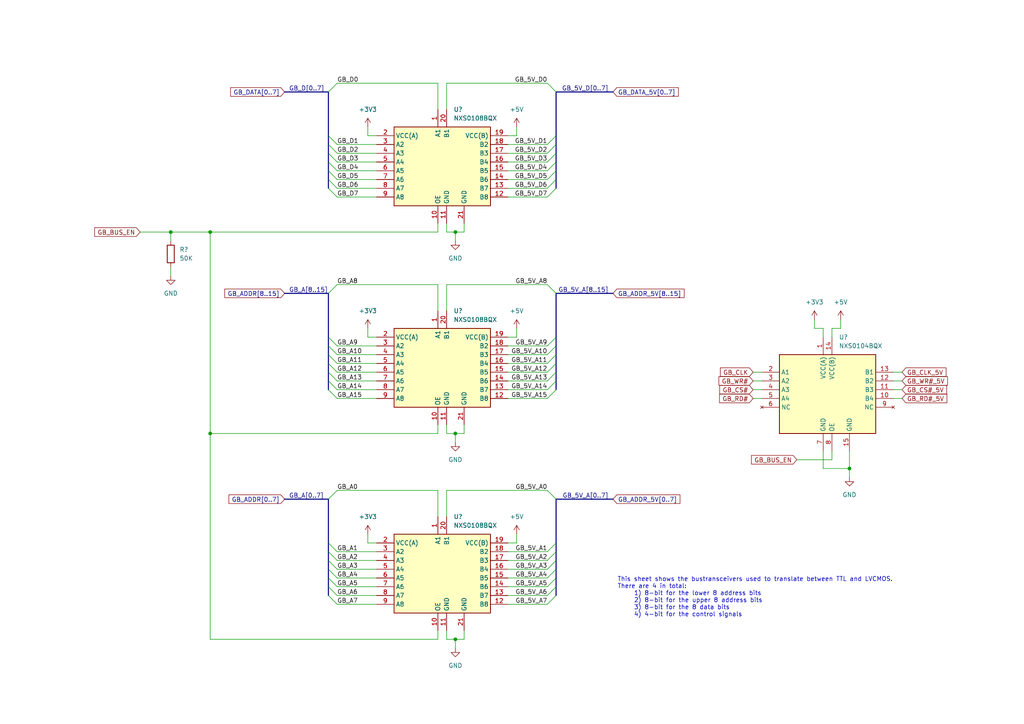
<source format=kicad_sch>
(kicad_sch (version 20211123) (generator eeschema)

  (uuid c4587bb7-c73a-4ad0-bcd4-d7dc9697e09b)

  (paper "A4")

  (title_block
    (title "Bus transceivers")
    (company "© Elijah Almeida Coimbra")
  )

  (lib_symbols
    (symbol "Device:R" (pin_numbers hide) (pin_names (offset 0)) (in_bom yes) (on_board yes)
      (property "Reference" "R" (id 0) (at 2.032 0 90)
        (effects (font (size 1.27 1.27)))
      )
      (property "Value" "R" (id 1) (at 0 0 90)
        (effects (font (size 1.27 1.27)))
      )
      (property "Footprint" "" (id 2) (at -1.778 0 90)
        (effects (font (size 1.27 1.27)) hide)
      )
      (property "Datasheet" "~" (id 3) (at 0 0 0)
        (effects (font (size 1.27 1.27)) hide)
      )
      (property "ki_keywords" "R res resistor" (id 4) (at 0 0 0)
        (effects (font (size 1.27 1.27)) hide)
      )
      (property "ki_description" "Resistor" (id 5) (at 0 0 0)
        (effects (font (size 1.27 1.27)) hide)
      )
      (property "ki_fp_filters" "R_*" (id 6) (at 0 0 0)
        (effects (font (size 1.27 1.27)) hide)
      )
      (symbol "R_0_1"
        (rectangle (start -1.016 -2.54) (end 1.016 2.54)
          (stroke (width 0.254) (type default) (color 0 0 0 0))
          (fill (type none))
        )
      )
      (symbol "R_1_1"
        (pin passive line (at 0 3.81 270) (length 1.27)
          (name "~" (effects (font (size 1.27 1.27))))
          (number "1" (effects (font (size 1.27 1.27))))
        )
        (pin passive line (at 0 -3.81 90) (length 1.27)
          (name "~" (effects (font (size 1.27 1.27))))
          (number "2" (effects (font (size 1.27 1.27))))
        )
      )
    )
    (symbol "SamacSys_Parts:NXS0104BQX" (in_bom yes) (on_board yes)
      (property "Reference" "U?" (id 0) (at 25.4 5.08 0)
        (effects (font (size 1.27 1.27)))
      )
      (property "Value" "NXS0104BQX" (id 1) (at 26.67 2.54 0)
        (effects (font (size 1.27 1.27)))
      )
      (property "Footprint" "" (id 2) (at 15.24 5.08 90)
        (effects (font (size 1.27 1.27)) hide)
      )
      (property "Datasheet" "https://assets.nexperia.com/documents/data-sheet/NXS0104.pdf" (id 3) (at 10.16 -40.64 0)
        (effects (font (size 1.27 1.27)) hide)
      )
      (property "Height" "1" (id 4) (at 26.67 -394.92 0)
        (effects (font (size 1.27 1.27)) (justify left top) hide)
      )
      (property "Mouser Part Number" "771-NXS0104BQX" (id 5) (at 26.67 -494.92 0)
        (effects (font (size 1.27 1.27)) (justify left top) hide)
      )
      (property "Mouser Price/Stock" "https://www.mouser.co.uk/ProductDetail/Nexperia/NXS0104BQX?qs=2WXlatMagcEya%2F7vq6wExg%3D%3D" (id 6) (at 26.67 -594.92 0)
        (effects (font (size 1.27 1.27)) (justify left top) hide)
      )
      (property "Manufacturer_Name" "Nexperia" (id 7) (at 26.67 -694.92 0)
        (effects (font (size 1.27 1.27)) (justify left top) hide)
      )
      (property "Manufacturer_Part_Number" "NXS0104BQX" (id 8) (at 26.67 -794.92 0)
        (effects (font (size 1.27 1.27)) (justify left top) hide)
      )
      (property "ki_description" "NXS0104 - Dual supply translating transceiver; open drain; autodirectionsensing@en-us" (id 9) (at 0 0 0)
        (effects (font (size 1.27 1.27)) hide)
      )
      (symbol "NXS0104BQX_1_1"
        (rectangle (start 27.94 0) (end 0 -22.86)
          (stroke (width 0.254) (type default) (color 0 0 0 0))
          (fill (type background))
        )
        (pin input line (at 12.7 5.08 270) (length 5.08)
          (name "VCC(A)" (effects (font (size 1.27 1.27))))
          (number "1" (effects (font (size 1.27 1.27))))
        )
        (pin bidirectional line (at 33.02 -12.7 180) (length 5.08)
          (name "B4" (effects (font (size 1.27 1.27))))
          (number "10" (effects (font (size 1.27 1.27))))
        )
        (pin bidirectional line (at 33.02 -10.16 180) (length 5.08)
          (name "B3" (effects (font (size 1.27 1.27))))
          (number "11" (effects (font (size 1.27 1.27))))
        )
        (pin bidirectional line (at 33.02 -7.62 180) (length 5.08)
          (name "B2" (effects (font (size 1.27 1.27))))
          (number "12" (effects (font (size 1.27 1.27))))
        )
        (pin bidirectional line (at 33.02 -5.08 180) (length 5.08)
          (name "B1" (effects (font (size 1.27 1.27))))
          (number "13" (effects (font (size 1.27 1.27))))
        )
        (pin input line (at 15.24 5.08 270) (length 5.08)
          (name "VCC(B)" (effects (font (size 1.27 1.27))))
          (number "14" (effects (font (size 1.27 1.27))))
        )
        (pin power_in line (at 20.32 -27.94 90) (length 5.08)
          (name "GND" (effects (font (size 1.27 1.27))))
          (number "15" (effects (font (size 1.27 1.27))))
        )
        (pin bidirectional line (at -5.08 -5.08 0) (length 5.08)
          (name "A1" (effects (font (size 1.27 1.27))))
          (number "2" (effects (font (size 1.27 1.27))))
        )
        (pin bidirectional line (at -5.08 -7.62 0) (length 5.08)
          (name "A2" (effects (font (size 1.27 1.27))))
          (number "3" (effects (font (size 1.27 1.27))))
        )
        (pin bidirectional line (at -5.08 -10.16 0) (length 5.08)
          (name "A3" (effects (font (size 1.27 1.27))))
          (number "4" (effects (font (size 1.27 1.27))))
        )
        (pin bidirectional line (at -5.08 -12.7 0) (length 5.08)
          (name "A4" (effects (font (size 1.27 1.27))))
          (number "5" (effects (font (size 1.27 1.27))))
        )
        (pin no_connect line (at -5.08 -15.24 0) (length 5.08)
          (name "NC" (effects (font (size 1.27 1.27))))
          (number "6" (effects (font (size 1.27 1.27))))
        )
        (pin power_in line (at 12.7 -27.94 90) (length 5.08)
          (name "GND" (effects (font (size 1.27 1.27))))
          (number "7" (effects (font (size 1.27 1.27))))
        )
        (pin input line (at 15.24 -27.94 90) (length 5.08)
          (name "OE" (effects (font (size 1.27 1.27))))
          (number "8" (effects (font (size 1.27 1.27))))
        )
        (pin no_connect line (at 33.02 -15.24 180) (length 5.08)
          (name "NC" (effects (font (size 1.27 1.27))))
          (number "9" (effects (font (size 1.27 1.27))))
        )
      )
    )
    (symbol "SamacSys_Parts:NXS0108BQX" (in_bom yes) (on_board yes)
      (property "Reference" "U?" (id 0) (at 25.4 5.08 0)
        (effects (font (size 1.27 1.27)))
      )
      (property "Value" "NXS0108BQX" (id 1) (at 25.4 2.54 0)
        (effects (font (size 1.27 1.27)))
      )
      (property "Footprint" "" (id 2) (at 15.24 5.08 90)
        (effects (font (size 1.27 1.27)) hide)
      )
      (property "Datasheet" "" (id 3) (at 15.24 5.08 90)
        (effects (font (size 1.27 1.27)) hide)
      )
      (property "Footprint_1" "NXS0108BQX" (id 4) (at 43.18 11.43 0)
        (effects (font (size 1.27 1.27)) (justify left top) hide)
      )
      (property "Datasheet_1" "https://assets.nexperia.com/documents/data-sheet/NXS0108.pdf" (id 5) (at 27.94 -196.19 0)
        (effects (font (size 1.27 1.27)) (justify left top) hide)
      )
      (property "Height" "1" (id 6) (at 27.94 -396.19 0)
        (effects (font (size 1.27 1.27)) (justify left top) hide)
      )
      (property "Mouser Part Number" "771-NXS0108BQX" (id 7) (at 27.94 -496.19 0)
        (effects (font (size 1.27 1.27)) (justify left top) hide)
      )
      (property "Mouser Price/Stock" "https://www.mouser.co.uk/ProductDetail/Nexperia/NXS0108BQX?qs=zW32dvEIR3sbMzR%252BjRaycw%3D%3D" (id 8) (at 27.94 -596.19 0)
        (effects (font (size 1.27 1.27)) (justify left top) hide)
      )
      (property "Manufacturer_Name" "Nexperia" (id 9) (at 27.94 -696.19 0)
        (effects (font (size 1.27 1.27)) (justify left top) hide)
      )
      (property "Manufacturer_Part_Number" "NXS0108BQX" (id 10) (at 27.94 -796.19 0)
        (effects (font (size 1.27 1.27)) (justify left top) hide)
      )
      (property "ki_description" "Voltage Level Translator Bidirectional 1 Circuit 8 Channel 110Mbps 20-DHVQFN (4.5x2.5)" (id 11) (at 0 0 0)
        (effects (font (size 1.27 1.27)) hide)
      )
      (symbol "NXS0108BQX_1_1"
        (rectangle (start 0 0) (end 27.94 -22.86)
          (stroke (width 0.254) (type default) (color 0 0 0 0))
          (fill (type background))
        )
        (pin bidirectional line (at 12.7 5.08 270) (length 5.08)
          (name "A1" (effects (font (size 1.27 1.27))))
          (number "1" (effects (font (size 1.27 1.27))))
        )
        (pin input line (at 12.7 -27.94 90) (length 5.08)
          (name "OE" (effects (font (size 1.27 1.27))))
          (number "10" (effects (font (size 1.27 1.27))))
        )
        (pin power_in line (at 15.24 -27.94 90) (length 5.08)
          (name "GND" (effects (font (size 1.27 1.27))))
          (number "11" (effects (font (size 1.27 1.27))))
        )
        (pin bidirectional line (at 33.02 -20.32 180) (length 5.08)
          (name "B8" (effects (font (size 1.27 1.27))))
          (number "12" (effects (font (size 1.27 1.27))))
        )
        (pin bidirectional line (at 33.02 -17.78 180) (length 5.08)
          (name "B7" (effects (font (size 1.27 1.27))))
          (number "13" (effects (font (size 1.27 1.27))))
        )
        (pin bidirectional line (at 33.02 -15.24 180) (length 5.08)
          (name "B6" (effects (font (size 1.27 1.27))))
          (number "14" (effects (font (size 1.27 1.27))))
        )
        (pin bidirectional line (at 33.02 -12.7 180) (length 5.08)
          (name "B5" (effects (font (size 1.27 1.27))))
          (number "15" (effects (font (size 1.27 1.27))))
        )
        (pin bidirectional line (at 33.02 -10.16 180) (length 5.08)
          (name "B4" (effects (font (size 1.27 1.27))))
          (number "16" (effects (font (size 1.27 1.27))))
        )
        (pin bidirectional line (at 33.02 -7.62 180) (length 5.08)
          (name "B3" (effects (font (size 1.27 1.27))))
          (number "17" (effects (font (size 1.27 1.27))))
        )
        (pin bidirectional line (at 33.02 -5.08 180) (length 5.08)
          (name "B2" (effects (font (size 1.27 1.27))))
          (number "18" (effects (font (size 1.27 1.27))))
        )
        (pin input line (at 33.02 -2.54 180) (length 5.08)
          (name "VCC(B)" (effects (font (size 1.27 1.27))))
          (number "19" (effects (font (size 1.27 1.27))))
        )
        (pin input line (at -5.08 -2.54 0) (length 5.08)
          (name "VCC(A)" (effects (font (size 1.27 1.27))))
          (number "2" (effects (font (size 1.27 1.27))))
        )
        (pin bidirectional line (at 15.24 5.08 270) (length 5.08)
          (name "B1" (effects (font (size 1.27 1.27))))
          (number "20" (effects (font (size 1.27 1.27))))
        )
        (pin passive line (at 20.32 -27.94 90) (length 5.08)
          (name "GND" (effects (font (size 1.27 1.27))))
          (number "21" (effects (font (size 1.27 1.27))))
        )
        (pin bidirectional line (at -5.08 -5.08 0) (length 5.08)
          (name "A2" (effects (font (size 1.27 1.27))))
          (number "3" (effects (font (size 1.27 1.27))))
        )
        (pin bidirectional line (at -5.08 -7.62 0) (length 5.08)
          (name "A3" (effects (font (size 1.27 1.27))))
          (number "4" (effects (font (size 1.27 1.27))))
        )
        (pin bidirectional line (at -5.08 -10.16 0) (length 5.08)
          (name "A4" (effects (font (size 1.27 1.27))))
          (number "5" (effects (font (size 1.27 1.27))))
        )
        (pin bidirectional line (at -5.08 -12.7 0) (length 5.08)
          (name "A5" (effects (font (size 1.27 1.27))))
          (number "6" (effects (font (size 1.27 1.27))))
        )
        (pin bidirectional line (at -5.08 -15.24 0) (length 5.08)
          (name "A6" (effects (font (size 1.27 1.27))))
          (number "7" (effects (font (size 1.27 1.27))))
        )
        (pin bidirectional line (at -5.08 -17.78 0) (length 5.08)
          (name "A7" (effects (font (size 1.27 1.27))))
          (number "8" (effects (font (size 1.27 1.27))))
        )
        (pin bidirectional line (at -5.08 -20.32 0) (length 5.08)
          (name "A8" (effects (font (size 1.27 1.27))))
          (number "9" (effects (font (size 1.27 1.27))))
        )
      )
    )
    (symbol "power:+3.3V" (power) (pin_names (offset 0)) (in_bom yes) (on_board yes)
      (property "Reference" "#PWR" (id 0) (at 0 -3.81 0)
        (effects (font (size 1.27 1.27)) hide)
      )
      (property "Value" "+3.3V" (id 1) (at 0 3.556 0)
        (effects (font (size 1.27 1.27)))
      )
      (property "Footprint" "" (id 2) (at 0 0 0)
        (effects (font (size 1.27 1.27)) hide)
      )
      (property "Datasheet" "" (id 3) (at 0 0 0)
        (effects (font (size 1.27 1.27)) hide)
      )
      (property "ki_keywords" "power-flag" (id 4) (at 0 0 0)
        (effects (font (size 1.27 1.27)) hide)
      )
      (property "ki_description" "Power symbol creates a global label with name \"+3.3V\"" (id 5) (at 0 0 0)
        (effects (font (size 1.27 1.27)) hide)
      )
      (symbol "+3.3V_0_1"
        (polyline
          (pts
            (xy -0.762 1.27)
            (xy 0 2.54)
          )
          (stroke (width 0) (type default) (color 0 0 0 0))
          (fill (type none))
        )
        (polyline
          (pts
            (xy 0 0)
            (xy 0 2.54)
          )
          (stroke (width 0) (type default) (color 0 0 0 0))
          (fill (type none))
        )
        (polyline
          (pts
            (xy 0 2.54)
            (xy 0.762 1.27)
          )
          (stroke (width 0) (type default) (color 0 0 0 0))
          (fill (type none))
        )
      )
      (symbol "+3.3V_1_1"
        (pin power_in line (at 0 0 90) (length 0) hide
          (name "+3V3" (effects (font (size 1.27 1.27))))
          (number "1" (effects (font (size 1.27 1.27))))
        )
      )
    )
    (symbol "power:+5V" (power) (pin_names (offset 0)) (in_bom yes) (on_board yes)
      (property "Reference" "#PWR" (id 0) (at 0 -3.81 0)
        (effects (font (size 1.27 1.27)) hide)
      )
      (property "Value" "+5V" (id 1) (at 0 3.556 0)
        (effects (font (size 1.27 1.27)))
      )
      (property "Footprint" "" (id 2) (at 0 0 0)
        (effects (font (size 1.27 1.27)) hide)
      )
      (property "Datasheet" "" (id 3) (at 0 0 0)
        (effects (font (size 1.27 1.27)) hide)
      )
      (property "ki_keywords" "power-flag" (id 4) (at 0 0 0)
        (effects (font (size 1.27 1.27)) hide)
      )
      (property "ki_description" "Power symbol creates a global label with name \"+5V\"" (id 5) (at 0 0 0)
        (effects (font (size 1.27 1.27)) hide)
      )
      (symbol "+5V_0_1"
        (polyline
          (pts
            (xy -0.762 1.27)
            (xy 0 2.54)
          )
          (stroke (width 0) (type default) (color 0 0 0 0))
          (fill (type none))
        )
        (polyline
          (pts
            (xy 0 0)
            (xy 0 2.54)
          )
          (stroke (width 0) (type default) (color 0 0 0 0))
          (fill (type none))
        )
        (polyline
          (pts
            (xy 0 2.54)
            (xy 0.762 1.27)
          )
          (stroke (width 0) (type default) (color 0 0 0 0))
          (fill (type none))
        )
      )
      (symbol "+5V_1_1"
        (pin power_in line (at 0 0 90) (length 0) hide
          (name "+5V" (effects (font (size 1.27 1.27))))
          (number "1" (effects (font (size 1.27 1.27))))
        )
      )
    )
    (symbol "power:GND" (power) (pin_names (offset 0)) (in_bom yes) (on_board yes)
      (property "Reference" "#PWR" (id 0) (at 0 -6.35 0)
        (effects (font (size 1.27 1.27)) hide)
      )
      (property "Value" "GND" (id 1) (at 0 -3.81 0)
        (effects (font (size 1.27 1.27)))
      )
      (property "Footprint" "" (id 2) (at 0 0 0)
        (effects (font (size 1.27 1.27)) hide)
      )
      (property "Datasheet" "" (id 3) (at 0 0 0)
        (effects (font (size 1.27 1.27)) hide)
      )
      (property "ki_keywords" "power-flag" (id 4) (at 0 0 0)
        (effects (font (size 1.27 1.27)) hide)
      )
      (property "ki_description" "Power symbol creates a global label with name \"GND\" , ground" (id 5) (at 0 0 0)
        (effects (font (size 1.27 1.27)) hide)
      )
      (symbol "GND_0_1"
        (polyline
          (pts
            (xy 0 0)
            (xy 0 -1.27)
            (xy 1.27 -1.27)
            (xy 0 -2.54)
            (xy -1.27 -1.27)
            (xy 0 -1.27)
          )
          (stroke (width 0) (type default) (color 0 0 0 0))
          (fill (type none))
        )
      )
      (symbol "GND_1_1"
        (pin power_in line (at 0 0 270) (length 0) hide
          (name "GND" (effects (font (size 1.27 1.27))))
          (number "1" (effects (font (size 1.27 1.27))))
        )
      )
    )
  )

  (junction (at 49.53 67.31) (diameter 0) (color 0 0 0 0)
    (uuid 0185b89d-5583-49e1-9ef5-2d2c50b088e2)
  )
  (junction (at 60.96 67.31) (diameter 0) (color 0 0 0 0)
    (uuid 17b5cbf0-732a-4649-98fb-ce14bd32b97e)
  )
  (junction (at 246.38 135.89) (diameter 0) (color 0 0 0 0)
    (uuid 182cfb10-93be-43b7-ae39-9378f18451aa)
  )
  (junction (at 60.96 125.73) (diameter 0) (color 0 0 0 0)
    (uuid 367df977-7931-4257-82b4-b39f0fee67a1)
  )
  (junction (at 132.08 185.42) (diameter 0) (color 0 0 0 0)
    (uuid 372a8b6a-8b56-4acf-a1d9-1ca2141da9df)
  )
  (junction (at 132.08 67.31) (diameter 0) (color 0 0 0 0)
    (uuid 4000851b-2695-422e-b620-5aa7f5473174)
  )
  (junction (at 132.08 125.73) (diameter 0) (color 0 0 0 0)
    (uuid c3c1b722-6ae3-431c-bc85-07a9aa41048b)
  )

  (bus_entry (at 95.25 102.87) (size 2.54 2.54)
    (stroke (width 0) (type default) (color 0 0 0 0))
    (uuid 00e32c82-870b-44c9-8f9f-a6ffe893bfa7)
  )
  (bus_entry (at 95.25 41.91) (size 2.54 2.54)
    (stroke (width 0) (type default) (color 0 0 0 0))
    (uuid 0aa4776c-4de8-4c5f-a894-b32eb9241baa)
  )
  (bus_entry (at 161.29 105.41) (size -2.54 2.54)
    (stroke (width 0) (type default) (color 0 0 0 0))
    (uuid 0c761e40-6532-4221-ab62-7ce31adf4d62)
  )
  (bus_entry (at 95.25 105.41) (size 2.54 2.54)
    (stroke (width 0) (type default) (color 0 0 0 0))
    (uuid 197c1fb0-9253-4259-9e10-36612d348cd6)
  )
  (bus_entry (at 161.29 26.67) (size -2.54 -2.54)
    (stroke (width 0) (type default) (color 0 0 0 0))
    (uuid 2a263eda-3734-4ce2-86f6-242a4d753c06)
  )
  (bus_entry (at 161.29 172.72) (size -2.54 2.54)
    (stroke (width 0) (type default) (color 0 0 0 0))
    (uuid 2c96a7e2-c266-4a57-82d4-17e7438452f6)
  )
  (bus_entry (at 95.25 160.02) (size 2.54 2.54)
    (stroke (width 0) (type default) (color 0 0 0 0))
    (uuid 2d287303-a381-4fa2-9360-65bb0cccc967)
  )
  (bus_entry (at 95.25 167.64) (size 2.54 2.54)
    (stroke (width 0) (type default) (color 0 0 0 0))
    (uuid 2d287303-a381-4fa2-9360-65bb0cccc968)
  )
  (bus_entry (at 95.25 162.56) (size 2.54 2.54)
    (stroke (width 0) (type default) (color 0 0 0 0))
    (uuid 2d287303-a381-4fa2-9360-65bb0cccc969)
  )
  (bus_entry (at 95.25 165.1) (size 2.54 2.54)
    (stroke (width 0) (type default) (color 0 0 0 0))
    (uuid 2d287303-a381-4fa2-9360-65bb0cccc96a)
  )
  (bus_entry (at 95.25 157.48) (size 2.54 2.54)
    (stroke (width 0) (type default) (color 0 0 0 0))
    (uuid 2d287303-a381-4fa2-9360-65bb0cccc96b)
  )
  (bus_entry (at 95.25 170.18) (size 2.54 2.54)
    (stroke (width 0) (type default) (color 0 0 0 0))
    (uuid 2d287303-a381-4fa2-9360-65bb0cccc96c)
  )
  (bus_entry (at 95.25 172.72) (size 2.54 2.54)
    (stroke (width 0) (type default) (color 0 0 0 0))
    (uuid 2d287303-a381-4fa2-9360-65bb0cccc96d)
  )
  (bus_entry (at 161.29 52.07) (size -2.54 2.54)
    (stroke (width 0) (type default) (color 0 0 0 0))
    (uuid 2de6fd9a-e1a2-4f12-b33e-69ec815172e3)
  )
  (bus_entry (at 161.29 102.87) (size -2.54 2.54)
    (stroke (width 0) (type default) (color 0 0 0 0))
    (uuid 409a351f-38b6-4fd2-9244-e2168a3a6d3b)
  )
  (bus_entry (at 161.29 39.37) (size -2.54 2.54)
    (stroke (width 0) (type default) (color 0 0 0 0))
    (uuid 4711486a-1bc6-46f7-9670-59dee9ecf0dc)
  )
  (bus_entry (at 95.25 85.09) (size 2.54 -2.54)
    (stroke (width 0) (type default) (color 0 0 0 0))
    (uuid 47ec4a73-29c6-4dd5-97a1-90e4d5a67a86)
  )
  (bus_entry (at 95.25 113.03) (size 2.54 2.54)
    (stroke (width 0) (type default) (color 0 0 0 0))
    (uuid 535ca63b-2ecd-4f9a-8dc5-282e650d8e3a)
  )
  (bus_entry (at 95.25 144.78) (size 2.54 -2.54)
    (stroke (width 0) (type default) (color 0 0 0 0))
    (uuid 54c6202c-297d-4aa7-895b-904c48bc5f9e)
  )
  (bus_entry (at 95.25 107.95) (size 2.54 2.54)
    (stroke (width 0) (type default) (color 0 0 0 0))
    (uuid 57c8009e-e6ed-412d-be7b-bc6c68ddc32f)
  )
  (bus_entry (at 161.29 54.61) (size -2.54 2.54)
    (stroke (width 0) (type default) (color 0 0 0 0))
    (uuid 5885fd0c-97af-46c1-8ce5-8844ea56cabf)
  )
  (bus_entry (at 161.29 41.91) (size -2.54 2.54)
    (stroke (width 0) (type default) (color 0 0 0 0))
    (uuid 5a80e027-b17c-47ae-ad03-d1f158d3e5b0)
  )
  (bus_entry (at 95.25 44.45) (size 2.54 2.54)
    (stroke (width 0) (type default) (color 0 0 0 0))
    (uuid 5d90e637-eed5-40f6-9ea9-3aefb31b67d5)
  )
  (bus_entry (at 161.29 97.79) (size -2.54 2.54)
    (stroke (width 0) (type default) (color 0 0 0 0))
    (uuid 5f0f53ee-74db-489f-92bc-d8a428a812ea)
  )
  (bus_entry (at 161.29 165.1) (size -2.54 2.54)
    (stroke (width 0) (type default) (color 0 0 0 0))
    (uuid 6650f323-f017-4428-a36f-cf686ea55058)
  )
  (bus_entry (at 95.25 49.53) (size 2.54 2.54)
    (stroke (width 0) (type default) (color 0 0 0 0))
    (uuid 6e6f1fd9-9127-4412-812f-e5c465a1e75c)
  )
  (bus_entry (at 95.25 97.79) (size 2.54 2.54)
    (stroke (width 0) (type default) (color 0 0 0 0))
    (uuid 7daadf95-76c7-4923-8d78-8cc8c53b2512)
  )
  (bus_entry (at 161.29 107.95) (size -2.54 2.54)
    (stroke (width 0) (type default) (color 0 0 0 0))
    (uuid 7ecd462f-d771-4e16-b53c-9abd01651eb9)
  )
  (bus_entry (at 161.29 157.48) (size -2.54 2.54)
    (stroke (width 0) (type default) (color 0 0 0 0))
    (uuid 897d8814-5f51-4a7a-b894-1210d4055c4c)
  )
  (bus_entry (at 95.25 100.33) (size 2.54 2.54)
    (stroke (width 0) (type default) (color 0 0 0 0))
    (uuid 8ccec24c-b05b-4e21-8ef8-f01156048e1a)
  )
  (bus_entry (at 161.29 44.45) (size -2.54 2.54)
    (stroke (width 0) (type default) (color 0 0 0 0))
    (uuid 91ec7516-f3a7-4fdc-bd8c-f8bb5ff45916)
  )
  (bus_entry (at 95.25 54.61) (size 2.54 2.54)
    (stroke (width 0) (type default) (color 0 0 0 0))
    (uuid 9ebb4b66-462c-4580-a429-c4cb7ca5d1e7)
  )
  (bus_entry (at 161.29 113.03) (size -2.54 2.54)
    (stroke (width 0) (type default) (color 0 0 0 0))
    (uuid a0aede5f-5ab0-4dba-abc1-bb691b9a33a0)
  )
  (bus_entry (at 161.29 110.49) (size -2.54 2.54)
    (stroke (width 0) (type default) (color 0 0 0 0))
    (uuid aa4d57e3-0a19-41f8-a3e5-407b1bc8a0fb)
  )
  (bus_entry (at 161.29 46.99) (size -2.54 2.54)
    (stroke (width 0) (type default) (color 0 0 0 0))
    (uuid b10e5517-c444-44b0-acf8-b95c7f48b332)
  )
  (bus_entry (at 95.25 39.37) (size 2.54 2.54)
    (stroke (width 0) (type default) (color 0 0 0 0))
    (uuid b2b112e4-be60-49ad-8a21-e68ecc3272de)
  )
  (bus_entry (at 161.29 160.02) (size -2.54 2.54)
    (stroke (width 0) (type default) (color 0 0 0 0))
    (uuid b92f8683-7f96-4d96-a398-b4e0648286e3)
  )
  (bus_entry (at 95.25 26.67) (size 2.54 -2.54)
    (stroke (width 0) (type default) (color 0 0 0 0))
    (uuid bf636af2-9800-4827-953c-217b999a50a8)
  )
  (bus_entry (at 161.29 170.18) (size -2.54 2.54)
    (stroke (width 0) (type default) (color 0 0 0 0))
    (uuid c1097ce4-ab26-4ecc-8079-972554dbec7f)
  )
  (bus_entry (at 161.29 162.56) (size -2.54 2.54)
    (stroke (width 0) (type default) (color 0 0 0 0))
    (uuid d4033770-9feb-4810-867a-3375ec60e107)
  )
  (bus_entry (at 161.29 85.09) (size -2.54 -2.54)
    (stroke (width 0) (type default) (color 0 0 0 0))
    (uuid d6a7ef04-3290-4f5c-9897-ecaddca5470c)
  )
  (bus_entry (at 161.29 167.64) (size -2.54 2.54)
    (stroke (width 0) (type default) (color 0 0 0 0))
    (uuid dfc4ee5e-02fc-4a31-a324-8e76c8094066)
  )
  (bus_entry (at 161.29 100.33) (size -2.54 2.54)
    (stroke (width 0) (type default) (color 0 0 0 0))
    (uuid e25c8d0c-f200-49e0-a58d-5b243df7e07d)
  )
  (bus_entry (at 161.29 49.53) (size -2.54 2.54)
    (stroke (width 0) (type default) (color 0 0 0 0))
    (uuid e5e4b801-d5da-45c4-8cdc-2bd73c18a33d)
  )
  (bus_entry (at 95.25 52.07) (size 2.54 2.54)
    (stroke (width 0) (type default) (color 0 0 0 0))
    (uuid ea48f931-5e74-4031-9a2e-c0db155cbf52)
  )
  (bus_entry (at 95.25 46.99) (size 2.54 2.54)
    (stroke (width 0) (type default) (color 0 0 0 0))
    (uuid f1bb6b98-6ec2-4a73-bb42-e5cb6632f782)
  )
  (bus_entry (at 95.25 110.49) (size 2.54 2.54)
    (stroke (width 0) (type default) (color 0 0 0 0))
    (uuid f3ff9b6a-a68f-4df6-9c74-f16f165ba27f)
  )
  (bus_entry (at 161.29 144.78) (size -2.54 -2.54)
    (stroke (width 0) (type default) (color 0 0 0 0))
    (uuid f4ffea18-beae-45f0-a3bd-f97930289806)
  )

  (bus (pts (xy 95.25 160.02) (xy 95.25 162.56))
    (stroke (width 0) (type default) (color 0 0 0 0))
    (uuid 042d6152-e847-4715-bd17-e87094a8fb1c)
  )
  (bus (pts (xy 95.25 144.78) (xy 95.25 157.48))
    (stroke (width 0) (type default) (color 0 0 0 0))
    (uuid 04dba0a1-4a11-4d52-974a-699b994f5d77)
  )

  (wire (pts (xy 218.44 113.03) (xy 220.98 113.03))
    (stroke (width 0) (type default) (color 0 0 0 0))
    (uuid 0585a270-db5c-49f3-9561-0d80bcd04776)
  )
  (wire (pts (xy 158.75 52.07) (xy 147.32 52.07))
    (stroke (width 0) (type default) (color 0 0 0 0))
    (uuid 06ac89be-ba64-41e1-ab0d-d516585f8c47)
  )
  (wire (pts (xy 129.54 123.19) (xy 129.54 125.73))
    (stroke (width 0) (type default) (color 0 0 0 0))
    (uuid 0803b3fc-2767-423b-84c3-69df9891bac0)
  )
  (bus (pts (xy 161.29 105.41) (xy 161.29 107.95))
    (stroke (width 0) (type default) (color 0 0 0 0))
    (uuid 0b57b8b4-dc5c-47c0-8af6-ded90ddf2138)
  )

  (wire (pts (xy 127 64.77) (xy 127 67.31))
    (stroke (width 0) (type default) (color 0 0 0 0))
    (uuid 0e652616-f72c-443f-9958-9885faa5b9b9)
  )
  (wire (pts (xy 127 142.24) (xy 97.79 142.24))
    (stroke (width 0) (type default) (color 0 0 0 0))
    (uuid 0e749410-e939-4476-bb40-828acdf2a3ad)
  )
  (wire (pts (xy 147.32 157.48) (xy 149.86 157.48))
    (stroke (width 0) (type default) (color 0 0 0 0))
    (uuid 10470e44-2482-4f3b-8dca-705c5ca0dada)
  )
  (wire (pts (xy 241.3 133.35) (xy 241.3 130.81))
    (stroke (width 0) (type default) (color 0 0 0 0))
    (uuid 1429d6cf-f67b-4ad8-9320-fb536a23ce21)
  )
  (wire (pts (xy 129.54 64.77) (xy 129.54 67.31))
    (stroke (width 0) (type default) (color 0 0 0 0))
    (uuid 17d5c3ee-1985-471e-962f-aa560e6bcba5)
  )
  (wire (pts (xy 97.79 160.02) (xy 109.22 160.02))
    (stroke (width 0) (type default) (color 0 0 0 0))
    (uuid 1a2c338e-f111-44e9-a162-6adc611aa0a3)
  )
  (wire (pts (xy 97.79 44.45) (xy 109.22 44.45))
    (stroke (width 0) (type default) (color 0 0 0 0))
    (uuid 1cb83ff4-9344-4a7c-a47a-007446fb9366)
  )
  (wire (pts (xy 97.79 170.18) (xy 109.22 170.18))
    (stroke (width 0) (type default) (color 0 0 0 0))
    (uuid 1e11e766-f2b7-46f5-90b8-fe89bfc2059e)
  )
  (wire (pts (xy 129.54 185.42) (xy 132.08 185.42))
    (stroke (width 0) (type default) (color 0 0 0 0))
    (uuid 1f8b2545-87ee-441b-93ad-452da77daf80)
  )
  (wire (pts (xy 106.68 97.79) (xy 106.68 95.25))
    (stroke (width 0) (type default) (color 0 0 0 0))
    (uuid 24a83723-79cc-4d71-9777-1d31298b68cd)
  )
  (bus (pts (xy 95.25 85.09) (xy 82.55 85.09))
    (stroke (width 0) (type default) (color 0 0 0 0))
    (uuid 260f5d19-e632-44b0-b900-83898594ef9d)
  )

  (wire (pts (xy 158.75 49.53) (xy 147.32 49.53))
    (stroke (width 0) (type default) (color 0 0 0 0))
    (uuid 264c2f1b-95bd-4cb8-b537-85c5a40f67e7)
  )
  (wire (pts (xy 158.75 102.87) (xy 147.32 102.87))
    (stroke (width 0) (type default) (color 0 0 0 0))
    (uuid 28db9420-bdb5-4d5b-aa5a-ccb1eab91c70)
  )
  (wire (pts (xy 158.75 105.41) (xy 147.32 105.41))
    (stroke (width 0) (type default) (color 0 0 0 0))
    (uuid 29cc8cda-5413-4f74-9a71-60442dcf28c2)
  )
  (wire (pts (xy 158.75 160.02) (xy 147.32 160.02))
    (stroke (width 0) (type default) (color 0 0 0 0))
    (uuid 2aa4b7e9-1cd2-4fdb-9075-149e0fe6c614)
  )
  (bus (pts (xy 161.29 102.87) (xy 161.29 105.41))
    (stroke (width 0) (type default) (color 0 0 0 0))
    (uuid 318cbdfe-4171-4fed-b9c9-ce3d6cf34429)
  )
  (bus (pts (xy 161.29 107.95) (xy 161.29 110.49))
    (stroke (width 0) (type default) (color 0 0 0 0))
    (uuid 31b74f70-29cb-4afa-b429-1d541879f74a)
  )

  (wire (pts (xy 231.14 133.35) (xy 241.3 133.35))
    (stroke (width 0) (type default) (color 0 0 0 0))
    (uuid 33bbc9d3-39b9-4207-9ca9-3267abb638e9)
  )
  (wire (pts (xy 97.79 102.87) (xy 109.22 102.87))
    (stroke (width 0) (type default) (color 0 0 0 0))
    (uuid 34b12a08-3a61-483a-9d92-c8342bea8296)
  )
  (bus (pts (xy 95.25 39.37) (xy 95.25 41.91))
    (stroke (width 0) (type default) (color 0 0 0 0))
    (uuid 37c17764-b118-4d90-94b2-e93946432de0)
  )

  (wire (pts (xy 158.75 175.26) (xy 147.32 175.26))
    (stroke (width 0) (type default) (color 0 0 0 0))
    (uuid 38a5928e-4ac5-417e-8bae-9408b492112f)
  )
  (wire (pts (xy 158.75 172.72) (xy 147.32 172.72))
    (stroke (width 0) (type default) (color 0 0 0 0))
    (uuid 394772ad-d7cb-4f3c-9502-a61270639e69)
  )
  (wire (pts (xy 158.75 165.1) (xy 147.32 165.1))
    (stroke (width 0) (type default) (color 0 0 0 0))
    (uuid 39b28b23-96eb-4eaa-bf0f-e16d6592f067)
  )
  (wire (pts (xy 106.68 157.48) (xy 106.68 154.94))
    (stroke (width 0) (type default) (color 0 0 0 0))
    (uuid 39f0f501-60fa-45f0-bebd-1ba938a70f6d)
  )
  (wire (pts (xy 97.79 54.61) (xy 109.22 54.61))
    (stroke (width 0) (type default) (color 0 0 0 0))
    (uuid 3b3fb2e5-76f5-4127-967b-fb32de7cca13)
  )
  (wire (pts (xy 238.76 95.25) (xy 236.22 95.25))
    (stroke (width 0) (type default) (color 0 0 0 0))
    (uuid 3bde8baf-bf21-4c82-b4a3-a1306c89718d)
  )
  (wire (pts (xy 147.32 39.37) (xy 149.86 39.37))
    (stroke (width 0) (type default) (color 0 0 0 0))
    (uuid 3f672e3b-0568-4e4a-8d04-a718f9346e40)
  )
  (bus (pts (xy 161.29 144.78) (xy 161.29 157.48))
    (stroke (width 0) (type default) (color 0 0 0 0))
    (uuid 40f47180-9179-4ace-8fc6-b3e7facd9cdf)
  )

  (wire (pts (xy 158.75 41.91) (xy 147.32 41.91))
    (stroke (width 0) (type default) (color 0 0 0 0))
    (uuid 41c577fc-ceae-4e2e-8276-13c8ed70c2fd)
  )
  (bus (pts (xy 161.29 165.1) (xy 161.29 167.64))
    (stroke (width 0) (type default) (color 0 0 0 0))
    (uuid 449a1ebb-ecc9-4969-9609-50963a356ef6)
  )
  (bus (pts (xy 95.25 52.07) (xy 95.25 54.61))
    (stroke (width 0) (type default) (color 0 0 0 0))
    (uuid 450fc946-9e91-4494-8a26-c425d94c325c)
  )

  (wire (pts (xy 129.54 67.31) (xy 132.08 67.31))
    (stroke (width 0) (type default) (color 0 0 0 0))
    (uuid 45272351-f741-4a26-a34f-36729a72cd3b)
  )
  (bus (pts (xy 161.29 157.48) (xy 161.29 160.02))
    (stroke (width 0) (type default) (color 0 0 0 0))
    (uuid 45d1a905-bcd4-422b-8289-c8933fa9fb2a)
  )
  (bus (pts (xy 95.25 102.87) (xy 95.25 105.41))
    (stroke (width 0) (type default) (color 0 0 0 0))
    (uuid 48de83e1-279f-4114-a0c2-bab9d691457e)
  )
  (bus (pts (xy 161.29 85.09) (xy 177.8 85.09))
    (stroke (width 0) (type default) (color 0 0 0 0))
    (uuid 49867717-5ec3-4c75-a14b-70b9dccc7f5d)
  )

  (wire (pts (xy 259.08 107.95) (xy 261.62 107.95))
    (stroke (width 0) (type default) (color 0 0 0 0))
    (uuid 49996e5f-2048-45fb-b7cb-320f2acfcff1)
  )
  (wire (pts (xy 158.75 107.95) (xy 147.32 107.95))
    (stroke (width 0) (type default) (color 0 0 0 0))
    (uuid 4ca43a3a-0703-4eab-a768-46b206c38af8)
  )
  (bus (pts (xy 161.29 100.33) (xy 161.29 102.87))
    (stroke (width 0) (type default) (color 0 0 0 0))
    (uuid 512edc2f-d52a-44f7-93e2-e3cd80779d92)
  )
  (bus (pts (xy 95.25 105.41) (xy 95.25 107.95))
    (stroke (width 0) (type default) (color 0 0 0 0))
    (uuid 52a647a2-b840-44aa-842d-62016382bc71)
  )

  (wire (pts (xy 134.62 67.31) (xy 132.08 67.31))
    (stroke (width 0) (type default) (color 0 0 0 0))
    (uuid 54e2d940-c055-44dd-8b88-34ae3ef4d6dd)
  )
  (wire (pts (xy 134.62 185.42) (xy 132.08 185.42))
    (stroke (width 0) (type default) (color 0 0 0 0))
    (uuid 56130450-2763-4138-9bfc-cf59e6d44a96)
  )
  (wire (pts (xy 127 123.19) (xy 127 125.73))
    (stroke (width 0) (type default) (color 0 0 0 0))
    (uuid 58b7d6ef-7de4-47e9-91d9-53ab6b5b166f)
  )
  (wire (pts (xy 109.22 157.48) (xy 106.68 157.48))
    (stroke (width 0) (type default) (color 0 0 0 0))
    (uuid 59c22c08-b9f8-4455-9f59-c707e8729a25)
  )
  (bus (pts (xy 95.25 107.95) (xy 95.25 110.49))
    (stroke (width 0) (type default) (color 0 0 0 0))
    (uuid 5e99f75f-0dee-4746-bda8-064d4825a729)
  )
  (bus (pts (xy 161.29 110.49) (xy 161.29 113.03))
    (stroke (width 0) (type default) (color 0 0 0 0))
    (uuid 5f6a8baa-9190-4e6c-adb8-2367e435885f)
  )
  (bus (pts (xy 95.25 144.78) (xy 82.55 144.78))
    (stroke (width 0) (type default) (color 0 0 0 0))
    (uuid 5fe35e3f-6b18-429d-9481-293811edaa47)
  )

  (wire (pts (xy 49.53 67.31) (xy 40.64 67.31))
    (stroke (width 0) (type default) (color 0 0 0 0))
    (uuid 5feab699-d90c-4d28-9fdf-756ce8edfbf4)
  )
  (wire (pts (xy 134.62 125.73) (xy 132.08 125.73))
    (stroke (width 0) (type default) (color 0 0 0 0))
    (uuid 64687351-407f-4a4e-b63e-a1e6ec332ec9)
  )
  (wire (pts (xy 127 125.73) (xy 60.96 125.73))
    (stroke (width 0) (type default) (color 0 0 0 0))
    (uuid 64877431-eedb-4644-84e7-fd7f3c9e5d0f)
  )
  (wire (pts (xy 129.54 149.86) (xy 129.54 142.24))
    (stroke (width 0) (type default) (color 0 0 0 0))
    (uuid 6565754e-e5ca-4f9e-b79b-8702a3c341cd)
  )
  (wire (pts (xy 218.44 115.57) (xy 220.98 115.57))
    (stroke (width 0) (type default) (color 0 0 0 0))
    (uuid 6a06b472-f311-4027-a47e-469f2a1f29d4)
  )
  (wire (pts (xy 129.54 24.13) (xy 158.75 24.13))
    (stroke (width 0) (type default) (color 0 0 0 0))
    (uuid 6a533978-2b0b-4711-a9de-0d32ed833ac8)
  )
  (wire (pts (xy 246.38 130.81) (xy 246.38 135.89))
    (stroke (width 0) (type default) (color 0 0 0 0))
    (uuid 6a6e9589-0fab-4b8d-a7f2-8a6a8b8ab9f1)
  )
  (wire (pts (xy 259.08 113.03) (xy 261.62 113.03))
    (stroke (width 0) (type default) (color 0 0 0 0))
    (uuid 6ad8bfce-7253-4b91-97d2-6453a5584f84)
  )
  (wire (pts (xy 60.96 125.73) (xy 60.96 67.31))
    (stroke (width 0) (type default) (color 0 0 0 0))
    (uuid 6bc96b64-26f1-46a6-802f-8acf67f4bca1)
  )
  (wire (pts (xy 127 185.42) (xy 60.96 185.42))
    (stroke (width 0) (type default) (color 0 0 0 0))
    (uuid 6c184026-8b0b-4637-844f-638e12e39b37)
  )
  (wire (pts (xy 132.08 125.73) (xy 132.08 128.27))
    (stroke (width 0) (type default) (color 0 0 0 0))
    (uuid 6c981fe2-b91d-4808-9de7-8c97b9da3069)
  )
  (wire (pts (xy 218.44 107.95) (xy 220.98 107.95))
    (stroke (width 0) (type default) (color 0 0 0 0))
    (uuid 6dde2020-f01f-4f51-8456-b7f454c4c681)
  )
  (wire (pts (xy 129.54 31.75) (xy 129.54 24.13))
    (stroke (width 0) (type default) (color 0 0 0 0))
    (uuid 706a3c68-2feb-479a-898f-4383d28a6017)
  )
  (bus (pts (xy 95.25 97.79) (xy 95.25 100.33))
    (stroke (width 0) (type default) (color 0 0 0 0))
    (uuid 7297aaa0-4f8c-447a-a3c2-01f45b7bfbdf)
  )

  (wire (pts (xy 97.79 57.15) (xy 109.22 57.15))
    (stroke (width 0) (type default) (color 0 0 0 0))
    (uuid 73fcee7d-9a62-4821-8e11-4edbece524cc)
  )
  (bus (pts (xy 95.25 110.49) (xy 95.25 113.03))
    (stroke (width 0) (type default) (color 0 0 0 0))
    (uuid 77c67723-53d1-44cf-b731-7983338920a0)
  )

  (wire (pts (xy 158.75 115.57) (xy 147.32 115.57))
    (stroke (width 0) (type default) (color 0 0 0 0))
    (uuid 7836fa99-2c26-44fa-b241-625cc74b0213)
  )
  (wire (pts (xy 132.08 185.42) (xy 132.08 187.96))
    (stroke (width 0) (type default) (color 0 0 0 0))
    (uuid 786b446f-78dd-470c-af18-90f08912d817)
  )
  (bus (pts (xy 161.29 144.78) (xy 177.8 144.78))
    (stroke (width 0) (type default) (color 0 0 0 0))
    (uuid 7973b55a-9b06-4129-9b5a-af6ff6472ee7)
  )

  (wire (pts (xy 109.22 97.79) (xy 106.68 97.79))
    (stroke (width 0) (type default) (color 0 0 0 0))
    (uuid 799b113b-8ebf-4acc-a2b4-93858eb03994)
  )
  (bus (pts (xy 161.29 49.53) (xy 161.29 52.07))
    (stroke (width 0) (type default) (color 0 0 0 0))
    (uuid 7b173fd8-d74f-4696-b0dc-36b12bd72e7d)
  )
  (bus (pts (xy 95.25 49.53) (xy 95.25 52.07))
    (stroke (width 0) (type default) (color 0 0 0 0))
    (uuid 7baffdea-6eba-4e5c-929b-c980cf77e64e)
  )

  (wire (pts (xy 158.75 110.49) (xy 147.32 110.49))
    (stroke (width 0) (type default) (color 0 0 0 0))
    (uuid 7dd510bd-9b53-4ecd-a05f-11d65b351e72)
  )
  (wire (pts (xy 147.32 97.79) (xy 149.86 97.79))
    (stroke (width 0) (type default) (color 0 0 0 0))
    (uuid 7ebf0fd3-654c-44c6-9ce5-763e8c5b72af)
  )
  (wire (pts (xy 97.79 113.03) (xy 109.22 113.03))
    (stroke (width 0) (type default) (color 0 0 0 0))
    (uuid 82a2c3c7-91f6-4f50-939c-1488fdffd9e0)
  )
  (bus (pts (xy 95.25 162.56) (xy 95.25 165.1))
    (stroke (width 0) (type default) (color 0 0 0 0))
    (uuid 848377c0-54fa-4756-bfc7-c2ce7d162d21)
  )

  (wire (pts (xy 246.38 135.89) (xy 246.38 138.43))
    (stroke (width 0) (type default) (color 0 0 0 0))
    (uuid 84c13488-e311-4015-8274-e9921a99c1ad)
  )
  (bus (pts (xy 95.25 26.67) (xy 82.55 26.67))
    (stroke (width 0) (type default) (color 0 0 0 0))
    (uuid 85ea7b15-6f2e-447e-a113-eb42e8499527)
  )

  (wire (pts (xy 158.75 57.15) (xy 147.32 57.15))
    (stroke (width 0) (type default) (color 0 0 0 0))
    (uuid 89e703c7-0ba8-4808-867a-3d52fc33a33c)
  )
  (wire (pts (xy 129.54 182.88) (xy 129.54 185.42))
    (stroke (width 0) (type default) (color 0 0 0 0))
    (uuid 8adff7e7-a7a7-43a4-9cca-d29e7f30aa61)
  )
  (wire (pts (xy 129.54 125.73) (xy 132.08 125.73))
    (stroke (width 0) (type default) (color 0 0 0 0))
    (uuid 8c571671-eb91-4b07-9487-f34c63e43deb)
  )
  (wire (pts (xy 158.75 167.64) (xy 147.32 167.64))
    (stroke (width 0) (type default) (color 0 0 0 0))
    (uuid 8faafa24-e6c7-407d-838f-6b98b4d34ff8)
  )
  (wire (pts (xy 243.84 92.71) (xy 243.84 95.25))
    (stroke (width 0) (type default) (color 0 0 0 0))
    (uuid 900809ca-d2b2-4b9a-ba45-0613675c16fd)
  )
  (wire (pts (xy 127 82.55) (xy 97.79 82.55))
    (stroke (width 0) (type default) (color 0 0 0 0))
    (uuid 90755591-5033-449c-8889-92e91d006fdb)
  )
  (wire (pts (xy 238.76 97.79) (xy 238.76 95.25))
    (stroke (width 0) (type default) (color 0 0 0 0))
    (uuid 9100fd1e-0ab3-49a2-94d8-d9e2187e85fa)
  )
  (wire (pts (xy 127 67.31) (xy 60.96 67.31))
    (stroke (width 0) (type default) (color 0 0 0 0))
    (uuid 948abbc8-05e1-46ff-a31a-fba1c4310fd1)
  )
  (wire (pts (xy 97.79 110.49) (xy 109.22 110.49))
    (stroke (width 0) (type default) (color 0 0 0 0))
    (uuid 96d88d84-1aaa-4def-97e2-c68bb849bc7e)
  )
  (wire (pts (xy 97.79 49.53) (xy 109.22 49.53))
    (stroke (width 0) (type default) (color 0 0 0 0))
    (uuid 976c7944-df8c-46f6-8299-9998f6be221e)
  )
  (wire (pts (xy 97.79 46.99) (xy 109.22 46.99))
    (stroke (width 0) (type default) (color 0 0 0 0))
    (uuid 978fc1fe-33d5-4084-997a-6ed4c104153d)
  )
  (wire (pts (xy 97.79 115.57) (xy 109.22 115.57))
    (stroke (width 0) (type default) (color 0 0 0 0))
    (uuid 97cc1e77-796b-4972-be96-485c90c37490)
  )
  (wire (pts (xy 97.79 167.64) (xy 109.22 167.64))
    (stroke (width 0) (type default) (color 0 0 0 0))
    (uuid 99cc6704-c1a1-4e0b-82cb-20d9e69f247d)
  )
  (bus (pts (xy 95.25 85.09) (xy 95.25 97.79))
    (stroke (width 0) (type default) (color 0 0 0 0))
    (uuid 9aab60e8-2cc8-4988-b2a2-3bcf2838cadb)
  )

  (wire (pts (xy 243.84 95.25) (xy 241.3 95.25))
    (stroke (width 0) (type default) (color 0 0 0 0))
    (uuid 9ad1ff36-4cf2-4006-9bc7-b73efa1ccd75)
  )
  (wire (pts (xy 127 149.86) (xy 127 142.24))
    (stroke (width 0) (type default) (color 0 0 0 0))
    (uuid 9b1daf64-6026-4b28-8564-a80f1db2e2a0)
  )
  (wire (pts (xy 236.22 95.25) (xy 236.22 92.71))
    (stroke (width 0) (type default) (color 0 0 0 0))
    (uuid 9b291a0d-0428-4880-9c74-dd76a7f2a3fd)
  )
  (bus (pts (xy 95.25 44.45) (xy 95.25 46.99))
    (stroke (width 0) (type default) (color 0 0 0 0))
    (uuid 9c46e236-cb00-4ac8-852e-0843f1389fe4)
  )

  (wire (pts (xy 218.44 110.49) (xy 220.98 110.49))
    (stroke (width 0) (type default) (color 0 0 0 0))
    (uuid 9df9c3da-3415-42a7-9ff8-310f85653067)
  )
  (wire (pts (xy 158.75 100.33) (xy 147.32 100.33))
    (stroke (width 0) (type default) (color 0 0 0 0))
    (uuid a00a3635-3138-4744-a42d-c377f4f9213d)
  )
  (bus (pts (xy 161.29 167.64) (xy 161.29 170.18))
    (stroke (width 0) (type default) (color 0 0 0 0))
    (uuid a3a20527-b0dc-4a0d-8f81-5fd168753a18)
  )
  (bus (pts (xy 95.25 100.33) (xy 95.25 102.87))
    (stroke (width 0) (type default) (color 0 0 0 0))
    (uuid a6062efe-50ca-4659-ac88-5560ecc76401)
  )
  (bus (pts (xy 161.29 160.02) (xy 161.29 162.56))
    (stroke (width 0) (type default) (color 0 0 0 0))
    (uuid a65dd161-64e6-490a-a0c0-1697ba6dd06e)
  )

  (wire (pts (xy 106.68 39.37) (xy 106.68 36.83))
    (stroke (width 0) (type default) (color 0 0 0 0))
    (uuid a680ba48-692f-4eb9-a9d5-07d4ecc94eb4)
  )
  (wire (pts (xy 109.22 39.37) (xy 106.68 39.37))
    (stroke (width 0) (type default) (color 0 0 0 0))
    (uuid a7668fcd-e512-4682-9882-f3c2e7abbf0a)
  )
  (bus (pts (xy 161.29 46.99) (xy 161.29 49.53))
    (stroke (width 0) (type default) (color 0 0 0 0))
    (uuid a89fe7e9-0b47-4b02-afd0-23d713556ae5)
  )
  (bus (pts (xy 95.25 165.1) (xy 95.25 167.64))
    (stroke (width 0) (type default) (color 0 0 0 0))
    (uuid a8c146da-6ae1-467c-a956-409d9b6112d9)
  )
  (bus (pts (xy 161.29 26.67) (xy 177.8 26.67))
    (stroke (width 0) (type default) (color 0 0 0 0))
    (uuid a8e55a7b-ffe7-4ef5-a7cc-e6f539340333)
  )

  (wire (pts (xy 97.79 172.72) (xy 109.22 172.72))
    (stroke (width 0) (type default) (color 0 0 0 0))
    (uuid ace8d407-c86d-4517-a731-7d9660ff621e)
  )
  (wire (pts (xy 158.75 113.03) (xy 147.32 113.03))
    (stroke (width 0) (type default) (color 0 0 0 0))
    (uuid addfecb5-a384-40c9-8b2a-58a471b954e7)
  )
  (wire (pts (xy 97.79 105.41) (xy 109.22 105.41))
    (stroke (width 0) (type default) (color 0 0 0 0))
    (uuid b091f97b-0d1f-4312-801b-5b9ec26e97e1)
  )
  (wire (pts (xy 60.96 67.31) (xy 49.53 67.31))
    (stroke (width 0) (type default) (color 0 0 0 0))
    (uuid b2bceebc-da13-43af-b532-279f8181e2be)
  )
  (wire (pts (xy 49.53 67.31) (xy 49.53 69.85))
    (stroke (width 0) (type default) (color 0 0 0 0))
    (uuid b2f13415-4ab4-410f-9434-062aaee8fc5c)
  )
  (wire (pts (xy 97.79 162.56) (xy 109.22 162.56))
    (stroke (width 0) (type default) (color 0 0 0 0))
    (uuid b829b64e-16e3-42f6-999c-f74507a2af92)
  )
  (wire (pts (xy 132.08 67.31) (xy 132.08 69.85))
    (stroke (width 0) (type default) (color 0 0 0 0))
    (uuid baba8df1-cec1-4e9d-9e57-07e0c8a00519)
  )
  (wire (pts (xy 97.79 175.26) (xy 109.22 175.26))
    (stroke (width 0) (type default) (color 0 0 0 0))
    (uuid bcc912e1-c32f-4390-8a6d-57835cc512b0)
  )
  (wire (pts (xy 97.79 52.07) (xy 109.22 52.07))
    (stroke (width 0) (type default) (color 0 0 0 0))
    (uuid bf618791-5245-49a9-932c-652b56bec284)
  )
  (wire (pts (xy 259.08 115.57) (xy 261.62 115.57))
    (stroke (width 0) (type default) (color 0 0 0 0))
    (uuid c019d4c2-e9d7-4528-bee8-5ac63c5a5511)
  )
  (wire (pts (xy 241.3 95.25) (xy 241.3 97.79))
    (stroke (width 0) (type default) (color 0 0 0 0))
    (uuid c101c874-7673-45ac-9f49-3e0458d7d642)
  )
  (wire (pts (xy 127 31.75) (xy 127 24.13))
    (stroke (width 0) (type default) (color 0 0 0 0))
    (uuid c1a535cb-707c-4a3d-b7c2-b3da50e92862)
  )
  (wire (pts (xy 129.54 82.55) (xy 158.75 82.55))
    (stroke (width 0) (type default) (color 0 0 0 0))
    (uuid c2c6eee5-226f-4b82-a466-4643876b4b2f)
  )
  (bus (pts (xy 95.25 26.67) (xy 95.25 39.37))
    (stroke (width 0) (type default) (color 0 0 0 0))
    (uuid c3ebe770-d438-417e-8b52-89bed2115324)
  )
  (bus (pts (xy 161.29 170.18) (xy 161.29 172.72))
    (stroke (width 0) (type default) (color 0 0 0 0))
    (uuid c5ee648b-ed5f-44b8-8a1e-7782ec6e6a31)
  )

  (wire (pts (xy 129.54 90.17) (xy 129.54 82.55))
    (stroke (width 0) (type default) (color 0 0 0 0))
    (uuid c645f17f-1f69-40d6-8929-071c4b6cac8f)
  )
  (bus (pts (xy 95.25 170.18) (xy 95.25 172.72))
    (stroke (width 0) (type default) (color 0 0 0 0))
    (uuid c6a310f6-31f9-47c4-b365-dc8e8e30692d)
  )

  (wire (pts (xy 134.62 123.19) (xy 134.62 125.73))
    (stroke (width 0) (type default) (color 0 0 0 0))
    (uuid c82339ec-159f-4707-91d8-0ab34498d92f)
  )
  (wire (pts (xy 238.76 135.89) (xy 246.38 135.89))
    (stroke (width 0) (type default) (color 0 0 0 0))
    (uuid c9a17173-7756-499a-990d-1815e01bb5ad)
  )
  (wire (pts (xy 149.86 97.79) (xy 149.86 95.25))
    (stroke (width 0) (type default) (color 0 0 0 0))
    (uuid c9ad251d-2658-456d-b23d-5b0302a74ac6)
  )
  (wire (pts (xy 97.79 107.95) (xy 109.22 107.95))
    (stroke (width 0) (type default) (color 0 0 0 0))
    (uuid c9f3a18b-7c2d-44d3-bfea-0d151cb9ecd6)
  )
  (wire (pts (xy 60.96 185.42) (xy 60.96 125.73))
    (stroke (width 0) (type default) (color 0 0 0 0))
    (uuid cc6400f6-7390-4475-a9d5-54349bc21f88)
  )
  (wire (pts (xy 149.86 39.37) (xy 149.86 36.83))
    (stroke (width 0) (type default) (color 0 0 0 0))
    (uuid ce3d4327-4fb6-45a1-bdbb-08ac58f24e55)
  )
  (bus (pts (xy 161.29 41.91) (xy 161.29 44.45))
    (stroke (width 0) (type default) (color 0 0 0 0))
    (uuid cfe69b9d-2ea2-45e3-ac83-06178db9ab04)
  )

  (wire (pts (xy 158.75 46.99) (xy 147.32 46.99))
    (stroke (width 0) (type default) (color 0 0 0 0))
    (uuid d280f4a7-6cdc-486e-834b-d95578731c6f)
  )
  (wire (pts (xy 259.08 110.49) (xy 261.62 110.49))
    (stroke (width 0) (type default) (color 0 0 0 0))
    (uuid d3f09e13-5fd5-4ee7-8bd8-d4c800fdc68f)
  )
  (wire (pts (xy 127 182.88) (xy 127 185.42))
    (stroke (width 0) (type default) (color 0 0 0 0))
    (uuid d4df8918-824d-476a-94a3-29ecf77d8336)
  )
  (bus (pts (xy 161.29 97.79) (xy 161.29 100.33))
    (stroke (width 0) (type default) (color 0 0 0 0))
    (uuid d65a5b8c-9528-4522-94c9-c636478e548b)
  )
  (bus (pts (xy 95.25 157.48) (xy 95.25 160.02))
    (stroke (width 0) (type default) (color 0 0 0 0))
    (uuid dcb8d36d-b315-496a-a530-e3a6d816e261)
  )
  (bus (pts (xy 161.29 85.09) (xy 161.29 97.79))
    (stroke (width 0) (type default) (color 0 0 0 0))
    (uuid dd7298bf-810a-4d1f-9111-c049fb2aaa3f)
  )
  (bus (pts (xy 95.25 167.64) (xy 95.25 170.18))
    (stroke (width 0) (type default) (color 0 0 0 0))
    (uuid ddf15b59-0203-4b79-8849-b82401e18972)
  )

  (wire (pts (xy 158.75 44.45) (xy 147.32 44.45))
    (stroke (width 0) (type default) (color 0 0 0 0))
    (uuid de74d98e-4f2b-45ed-ab92-ab0735b2a735)
  )
  (wire (pts (xy 129.54 142.24) (xy 158.75 142.24))
    (stroke (width 0) (type default) (color 0 0 0 0))
    (uuid df07ee87-fa5e-41a0-a0da-0a76508efcc0)
  )
  (wire (pts (xy 49.53 77.47) (xy 49.53 80.01))
    (stroke (width 0) (type default) (color 0 0 0 0))
    (uuid df6cfa1b-2b39-4c33-a875-a930c06a87aa)
  )
  (bus (pts (xy 95.25 41.91) (xy 95.25 44.45))
    (stroke (width 0) (type default) (color 0 0 0 0))
    (uuid dfdc934e-c3c8-4f91-92bb-38da18af4615)
  )
  (bus (pts (xy 161.29 26.67) (xy 161.29 39.37))
    (stroke (width 0) (type default) (color 0 0 0 0))
    (uuid e4eee5b3-73df-4f46-9e64-2482f0b83dc0)
  )

  (wire (pts (xy 158.75 162.56) (xy 147.32 162.56))
    (stroke (width 0) (type default) (color 0 0 0 0))
    (uuid e50ba6c6-7f45-4689-968c-bdd8a9c98c31)
  )
  (wire (pts (xy 127 24.13) (xy 97.79 24.13))
    (stroke (width 0) (type default) (color 0 0 0 0))
    (uuid eb376282-c982-4388-9950-e2481d4e9f42)
  )
  (wire (pts (xy 149.86 157.48) (xy 149.86 154.94))
    (stroke (width 0) (type default) (color 0 0 0 0))
    (uuid ebd7c3d2-1d32-4b37-8c2e-58eec0b5fbf0)
  )
  (bus (pts (xy 161.29 52.07) (xy 161.29 54.61))
    (stroke (width 0) (type default) (color 0 0 0 0))
    (uuid edbc6680-122d-44f8-9cc1-e5da972a2a27)
  )
  (bus (pts (xy 161.29 162.56) (xy 161.29 165.1))
    (stroke (width 0) (type default) (color 0 0 0 0))
    (uuid ee6b7ea7-500f-47cb-a00c-1040fc72d6d9)
  )
  (bus (pts (xy 95.25 46.99) (xy 95.25 49.53))
    (stroke (width 0) (type default) (color 0 0 0 0))
    (uuid f205019e-bc28-4d9f-8324-0408c5de79e8)
  )

  (wire (pts (xy 97.79 165.1) (xy 109.22 165.1))
    (stroke (width 0) (type default) (color 0 0 0 0))
    (uuid f52cb97e-546c-41a7-b2df-82b4314bc396)
  )
  (wire (pts (xy 134.62 182.88) (xy 134.62 185.42))
    (stroke (width 0) (type default) (color 0 0 0 0))
    (uuid f5b5ae89-6f06-4021-a359-0f3682f5c009)
  )
  (wire (pts (xy 238.76 130.81) (xy 238.76 135.89))
    (stroke (width 0) (type default) (color 0 0 0 0))
    (uuid f5d50bf9-9b44-4517-9512-25d33a54c45b)
  )
  (wire (pts (xy 134.62 64.77) (xy 134.62 67.31))
    (stroke (width 0) (type default) (color 0 0 0 0))
    (uuid f5fa6ab2-3538-4ba1-8e0f-5f20a89f8411)
  )
  (wire (pts (xy 127 90.17) (xy 127 82.55))
    (stroke (width 0) (type default) (color 0 0 0 0))
    (uuid fadbfaec-3120-4dc4-ac8a-03084528ff3a)
  )
  (wire (pts (xy 158.75 54.61) (xy 147.32 54.61))
    (stroke (width 0) (type default) (color 0 0 0 0))
    (uuid fb23b7c0-5219-4018-8297-6cc1ddd801c4)
  )
  (wire (pts (xy 158.75 170.18) (xy 147.32 170.18))
    (stroke (width 0) (type default) (color 0 0 0 0))
    (uuid fb80761c-b084-4f50-a677-6eaad43324a9)
  )
  (bus (pts (xy 161.29 39.37) (xy 161.29 41.91))
    (stroke (width 0) (type default) (color 0 0 0 0))
    (uuid fb89d4b1-fdbd-4d31-b3b8-e11c8e93237a)
  )

  (wire (pts (xy 97.79 100.33) (xy 109.22 100.33))
    (stroke (width 0) (type default) (color 0 0 0 0))
    (uuid fe0641d3-7d16-48e0-bee7-a3556447746d)
  )
  (wire (pts (xy 97.79 41.91) (xy 109.22 41.91))
    (stroke (width 0) (type default) (color 0 0 0 0))
    (uuid ff04f2dc-95b6-47ec-b1b1-cf445e2d8f0b)
  )
  (bus (pts (xy 161.29 44.45) (xy 161.29 46.99))
    (stroke (width 0) (type default) (color 0 0 0 0))
    (uuid ff337506-89fb-4fcb-9b96-53c7ab6db57a)
  )

  (text "This sheet shows the bustransceivers used to translate between TTL and LVCMOS.\nThere are 4 in total:\n	1) 8-bit for the lower 8 address bits\n	2) 8-bit for the upper 8 address bits\n	3) 8-bit for the 8 data bits\n	4) 4-bit for the control signals"
    (at 179.07 179.07 0)
    (effects (font (size 1.27 1.27)) (justify left bottom))
    (uuid 4d2c5e25-a67f-4ece-ac01-847a7ff0b92a)
  )

  (label "GB_A[8..15]" (at 83.82 85.09 0)
    (effects (font (size 1.27 1.27)) (justify left bottom))
    (uuid 03bb6541-b2b2-471f-8c80-c8761626c4bc)
  )
  (label "GB_A5" (at 97.79 170.18 0)
    (effects (font (size 1.27 1.27)) (justify left bottom))
    (uuid 09ae3711-1be7-41fd-b4c0-2e73989647b1)
  )
  (label "GB_5V_A0" (at 158.75 142.24 180)
    (effects (font (size 1.27 1.27)) (justify right bottom))
    (uuid 09e6ca5d-638e-445d-b499-e64a00ccc768)
  )
  (label "GB_5V_A7" (at 158.75 175.26 180)
    (effects (font (size 1.27 1.27)) (justify right bottom))
    (uuid 0b183e7e-f794-4417-b757-33a2844604dc)
  )
  (label "GB_D0" (at 97.79 24.13 0)
    (effects (font (size 1.27 1.27)) (justify left bottom))
    (uuid 1062ce02-1cd7-4b86-9e50-b297bd22e1d7)
  )
  (label "GB_5V_A[0..7]" (at 176.53 144.78 180)
    (effects (font (size 1.27 1.27)) (justify right bottom))
    (uuid 10d7ecde-8156-4a0d-a012-34020dab603c)
  )
  (label "GB_A2" (at 97.79 162.56 0)
    (effects (font (size 1.27 1.27)) (justify left bottom))
    (uuid 14d8fd5c-5050-4456-9230-4a5e706c4a80)
  )
  (label "GB_A15" (at 97.79 115.57 0)
    (effects (font (size 1.27 1.27)) (justify left bottom))
    (uuid 1dd9d31a-c603-4fce-b688-452870d48af0)
  )
  (label "GB_5V_A[8..15]" (at 176.53 85.09 180)
    (effects (font (size 1.27 1.27)) (justify right bottom))
    (uuid 31f4d168-3d09-465e-948c-44677dbe0c34)
  )
  (label "GB_5V_A11" (at 158.75 105.41 180)
    (effects (font (size 1.27 1.27)) (justify right bottom))
    (uuid 3206dd85-3f68-4e57-91d7-0ea62989d8b4)
  )
  (label "GB_5V_D5" (at 158.75 52.07 180)
    (effects (font (size 1.27 1.27)) (justify right bottom))
    (uuid 36e6c202-35b0-4f8a-9394-0eb312cd5d47)
  )
  (label "GB_5V_D2" (at 158.75 44.45 180)
    (effects (font (size 1.27 1.27)) (justify right bottom))
    (uuid 39c0e9ad-bf2f-49fd-9960-8e54c8cc55ec)
  )
  (label "GB_A4" (at 97.79 167.64 0)
    (effects (font (size 1.27 1.27)) (justify left bottom))
    (uuid 40a3119c-731a-407f-b0cf-02118aae7727)
  )
  (label "GB_A6" (at 97.79 172.72 0)
    (effects (font (size 1.27 1.27)) (justify left bottom))
    (uuid 442a3089-575c-4576-8410-3c40613b9020)
  )
  (label "GB_5V_A1" (at 158.75 160.02 180)
    (effects (font (size 1.27 1.27)) (justify right bottom))
    (uuid 45ac5ccc-1757-40d9-b9ed-96f66eae114a)
  )
  (label "GB_A9" (at 97.79 100.33 0)
    (effects (font (size 1.27 1.27)) (justify left bottom))
    (uuid 4646a759-ea2f-4ce8-bb93-ecbbe305f0d5)
  )
  (label "GB_A7" (at 97.79 175.26 0)
    (effects (font (size 1.27 1.27)) (justify left bottom))
    (uuid 5313c88e-391a-4ed9-9692-2c10670adb1e)
  )
  (label "GB_D1" (at 97.79 41.91 0)
    (effects (font (size 1.27 1.27)) (justify left bottom))
    (uuid 563e0676-32b3-49c4-b037-01d45f32e38f)
  )
  (label "GB_A[0..7]" (at 83.82 144.78 0)
    (effects (font (size 1.27 1.27)) (justify left bottom))
    (uuid 5df2376a-4d6f-4dba-a094-adc06fa757db)
  )
  (label "GB_D7" (at 97.79 57.15 0)
    (effects (font (size 1.27 1.27)) (justify left bottom))
    (uuid 66ec9dbd-8f31-4d7c-8768-8bcbae3c93f7)
  )
  (label "GB_5V_D3" (at 158.75 46.99 180)
    (effects (font (size 1.27 1.27)) (justify right bottom))
    (uuid 69239d44-8534-4e97-99a1-4c9a3c2b5e9d)
  )
  (label "GB_A1" (at 97.79 160.02 0)
    (effects (font (size 1.27 1.27)) (justify left bottom))
    (uuid 6ac670d4-f4d0-4c09-9396-936f47c7ce40)
  )
  (label "GB_A14" (at 97.79 113.03 0)
    (effects (font (size 1.27 1.27)) (justify left bottom))
    (uuid 6b3f5d49-0e7e-436b-a34b-49fa14a6d777)
  )
  (label "GB_5V_D1" (at 158.75 41.91 180)
    (effects (font (size 1.27 1.27)) (justify right bottom))
    (uuid 7538c1a5-2b3c-459d-9233-37e183ba9b33)
  )
  (label "GB_5V_D[0..7]" (at 176.53 26.67 180)
    (effects (font (size 1.27 1.27)) (justify right bottom))
    (uuid 7757c799-44a9-4335-b034-1bcb98503185)
  )
  (label "GB_D3" (at 97.79 46.99 0)
    (effects (font (size 1.27 1.27)) (justify left bottom))
    (uuid 79de504e-8586-40cb-b0ee-d74ba27e5b61)
  )
  (label "GB_A3" (at 97.79 165.1 0)
    (effects (font (size 1.27 1.27)) (justify left bottom))
    (uuid 7be49620-9034-4f14-a9d4-f76e7c625ea2)
  )
  (label "GB_5V_D0" (at 158.75 24.13 180)
    (effects (font (size 1.27 1.27)) (justify right bottom))
    (uuid 83c66784-ccb8-4eed-b8e5-b26ebeac9bda)
  )
  (label "GB_A12" (at 97.79 107.95 0)
    (effects (font (size 1.27 1.27)) (justify left bottom))
    (uuid 89e33b17-7556-48e2-b16c-fbcfedc1b14b)
  )
  (label "GB_A8" (at 97.79 82.55 0)
    (effects (font (size 1.27 1.27)) (justify left bottom))
    (uuid 912c3a0e-01c2-4412-9ab3-92674e3f900d)
  )
  (label "GB_5V_D7" (at 158.75 57.15 180)
    (effects (font (size 1.27 1.27)) (justify right bottom))
    (uuid 944bc6c3-a363-4683-b22d-1308286055fb)
  )
  (label "GB_5V_A5" (at 158.75 170.18 180)
    (effects (font (size 1.27 1.27)) (justify right bottom))
    (uuid 9b62cb7e-9767-4ede-935f-e5734dfe166e)
  )
  (label "GB_5V_A13" (at 158.75 110.49 180)
    (effects (font (size 1.27 1.27)) (justify right bottom))
    (uuid a7cc904d-710c-42ef-b416-5ee814bb0f4b)
  )
  (label "GB_5V_D6" (at 158.75 54.61 180)
    (effects (font (size 1.27 1.27)) (justify right bottom))
    (uuid a82c84bf-65c4-40e8-85bd-2a02192d0496)
  )
  (label "GB_5V_A15" (at 158.75 115.57 180)
    (effects (font (size 1.27 1.27)) (justify right bottom))
    (uuid a98aad74-2831-4436-8f7e-d96ee2be0043)
  )
  (label "GB_5V_A6" (at 158.75 172.72 180)
    (effects (font (size 1.27 1.27)) (justify right bottom))
    (uuid ab0e0f8d-404d-434e-993f-74ac4f13206f)
  )
  (label "GB_D5" (at 97.79 52.07 0)
    (effects (font (size 1.27 1.27)) (justify left bottom))
    (uuid abdcde50-6482-4194-9cad-a5b06c49499a)
  )
  (label "GB_5V_A10" (at 158.75 102.87 180)
    (effects (font (size 1.27 1.27)) (justify right bottom))
    (uuid b15878fd-5a7c-433a-9f75-4453d9a2ab51)
  )
  (label "GB_D[0..7]" (at 83.82 26.67 0)
    (effects (font (size 1.27 1.27)) (justify left bottom))
    (uuid b900a860-ca72-4c77-808c-b81fb66e8a6c)
  )
  (label "GB_D2" (at 97.79 44.45 0)
    (effects (font (size 1.27 1.27)) (justify left bottom))
    (uuid bc3e24c9-8920-4ab4-8b57-de8b9b221005)
  )
  (label "GB_A10" (at 97.79 102.87 0)
    (effects (font (size 1.27 1.27)) (justify left bottom))
    (uuid be488c0a-c098-472d-9eb5-e81f46a17aa1)
  )
  (label "GB_5V_A4" (at 158.75 167.64 180)
    (effects (font (size 1.27 1.27)) (justify right bottom))
    (uuid cd3c9072-b26f-4fef-a9cf-0e96eaaa4bc0)
  )
  (label "GB_A0" (at 97.79 142.24 0)
    (effects (font (size 1.27 1.27)) (justify left bottom))
    (uuid ce2cddb0-3586-4bde-89c3-2b1fa1a2d912)
  )
  (label "GB_D6" (at 97.79 54.61 0)
    (effects (font (size 1.27 1.27)) (justify left bottom))
    (uuid d1e59cf8-bbf8-4785-93f7-ba46aaba8bff)
  )
  (label "GB_A11" (at 97.79 105.41 0)
    (effects (font (size 1.27 1.27)) (justify left bottom))
    (uuid d75eacd6-6b0c-4f9f-9a3d-5c5b7aaf0900)
  )
  (label "GB_A13" (at 97.79 110.49 0)
    (effects (font (size 1.27 1.27)) (justify left bottom))
    (uuid d8f86df2-8869-4e80-9987-f4ed898dbdaa)
  )
  (label "GB_5V_A12" (at 158.75 107.95 180)
    (effects (font (size 1.27 1.27)) (justify right bottom))
    (uuid e93040c9-5386-47e4-8875-1aab41f85b54)
  )
  (label "GB_5V_A9" (at 158.75 100.33 180)
    (effects (font (size 1.27 1.27)) (justify right bottom))
    (uuid ee456d77-68fe-4ef3-a86c-3b151998f712)
  )
  (label "GB_5V_A8" (at 158.75 82.55 180)
    (effects (font (size 1.27 1.27)) (justify right bottom))
    (uuid f66cd8ea-b49a-4c87-a1b3-4a919f00df20)
  )
  (label "GB_5V_D4" (at 158.75 49.53 180)
    (effects (font (size 1.27 1.27)) (justify right bottom))
    (uuid f7b32bd0-7922-44bc-a8c2-848efd61709b)
  )
  (label "GB_D4" (at 97.79 49.53 0)
    (effects (font (size 1.27 1.27)) (justify left bottom))
    (uuid fb7157b7-107a-47ae-80b5-3dd8c6309f9b)
  )
  (label "GB_5V_A14" (at 158.75 113.03 180)
    (effects (font (size 1.27 1.27)) (justify right bottom))
    (uuid fbb6f3ea-a0b7-446f-8e5c-6b8e50dced41)
  )
  (label "GB_5V_A3" (at 158.75 165.1 180)
    (effects (font (size 1.27 1.27)) (justify right bottom))
    (uuid fdc913aa-6977-49d4-b69f-91c3880c13fd)
  )
  (label "GB_5V_A2" (at 158.75 162.56 180)
    (effects (font (size 1.27 1.27)) (justify right bottom))
    (uuid fe82d5be-9ae4-4033-a90b-a69aa49cb8dd)
  )

  (global_label "GB_WR#" (shape input) (at 218.44 110.49 180) (fields_autoplaced)
    (effects (font (size 1.27 1.27)) (justify right))
    (uuid 3072ee19-6638-4aa1-9c6c-962030252eae)
    (property "Intersheet References" "${INTERSHEET_REFS}" (id 0) (at 208.5279 110.4106 0)
      (effects (font (size 1.27 1.27)) (justify right) hide)
    )
  )
  (global_label "GB_WR#_5V" (shape input) (at 261.62 110.49 0) (fields_autoplaced)
    (effects (font (size 1.27 1.27)) (justify left))
    (uuid 46672198-7765-4da2-ac65-08c7cfe92298)
    (property "Intersheet References" "${INTERSHEET_REFS}" (id 0) (at 274.7979 110.5694 0)
      (effects (font (size 1.27 1.27)) (justify left) hide)
    )
  )
  (global_label "GB_ADDR_5V[8..15]" (shape input) (at 177.8 85.09 0) (fields_autoplaced)
    (effects (font (size 1.27 1.27)) (justify left))
    (uuid 4b82ecf3-65a0-4ce5-b7e3-90e74500ba49)
    (property "Intersheet References" "${INTERSHEET_REFS}" (id 0) (at 198.4164 85.0106 0)
      (effects (font (size 1.27 1.27)) (justify left) hide)
    )
  )
  (global_label "GB_DATA_5V[0..7]" (shape input) (at 177.8 26.67 0) (fields_autoplaced)
    (effects (font (size 1.27 1.27)) (justify left))
    (uuid 536d1743-7952-453a-8b73-982dd11d0af4)
    (property "Intersheet References" "${INTERSHEET_REFS}" (id 0) (at 196.7231 26.5906 0)
      (effects (font (size 1.27 1.27)) (justify left) hide)
    )
  )
  (global_label "GB_ADDR_5V[0..7]" (shape input) (at 177.8 144.78 0) (fields_autoplaced)
    (effects (font (size 1.27 1.27)) (justify left))
    (uuid 56d2224c-ec99-4053-a0a7-9811a488e4b9)
    (property "Intersheet References" "${INTERSHEET_REFS}" (id 0) (at 197.2069 144.7006 0)
      (effects (font (size 1.27 1.27)) (justify left) hide)
    )
  )
  (global_label "GB_CLK" (shape input) (at 218.44 107.95 180) (fields_autoplaced)
    (effects (font (size 1.27 1.27)) (justify right))
    (uuid 625ab916-0697-498e-8f32-9048ac4f0a24)
    (property "Intersheet References" "${INTERSHEET_REFS}" (id 0) (at 208.9512 107.8706 0)
      (effects (font (size 1.27 1.27)) (justify right) hide)
    )
  )
  (global_label "GB_RD#_5V" (shape input) (at 261.62 115.57 0) (fields_autoplaced)
    (effects (font (size 1.27 1.27)) (justify left))
    (uuid 872800a6-c486-4ec6-a3e7-24f99ba7baef)
    (property "Intersheet References" "${INTERSHEET_REFS}" (id 0) (at 274.6164 115.4906 0)
      (effects (font (size 1.27 1.27)) (justify left) hide)
    )
  )
  (global_label "GB_DATA[0..7]" (shape input) (at 82.55 26.67 180) (fields_autoplaced)
    (effects (font (size 1.27 1.27)) (justify right))
    (uuid 9709b14f-f5f2-466c-88c2-016e5c8423fe)
    (property "Intersheet References" "${INTERSHEET_REFS}" (id 0) (at 66.8926 26.5906 0)
      (effects (font (size 1.27 1.27)) (justify right) hide)
    )
  )
  (global_label "GB_CS#" (shape input) (at 218.44 113.03 180) (fields_autoplaced)
    (effects (font (size 1.27 1.27)) (justify right))
    (uuid 9d6bdbcc-b56b-4063-92b1-1c67ce509b94)
    (property "Intersheet References" "${INTERSHEET_REFS}" (id 0) (at 208.7698 112.9506 0)
      (effects (font (size 1.27 1.27)) (justify right) hide)
    )
  )
  (global_label "GB_RD#" (shape input) (at 218.44 115.57 180) (fields_autoplaced)
    (effects (font (size 1.27 1.27)) (justify right))
    (uuid 9d974f4f-bdb4-4e24-b192-6fa26df733de)
    (property "Intersheet References" "${INTERSHEET_REFS}" (id 0) (at 208.7093 115.4906 0)
      (effects (font (size 1.27 1.27)) (justify right) hide)
    )
  )
  (global_label "GB_ADDR[0..7]" (shape input) (at 82.55 144.78 180) (fields_autoplaced)
    (effects (font (size 1.27 1.27)) (justify right))
    (uuid a826246c-ddee-4267-9158-2fda17ba7434)
    (property "Intersheet References" "${INTERSHEET_REFS}" (id 0) (at 66.4088 144.7006 0)
      (effects (font (size 1.27 1.27)) (justify right) hide)
    )
  )
  (global_label "GB_BUS_EN" (shape input) (at 40.64 67.31 180) (fields_autoplaced)
    (effects (font (size 1.27 1.27)) (justify right))
    (uuid cbbcdbb4-5d19-4651-9765-6cd5f188ccf7)
    (property "Intersheet References" "${INTERSHEET_REFS}" (id 0) (at 27.4621 67.2306 0)
      (effects (font (size 1.27 1.27)) (justify right) hide)
    )
  )
  (global_label "GB_CS#_5V" (shape input) (at 261.62 113.03 0) (fields_autoplaced)
    (effects (font (size 1.27 1.27)) (justify left))
    (uuid cf44d6d3-23e1-4a40-a403-d5abcee9a554)
    (property "Intersheet References" "${INTERSHEET_REFS}" (id 0) (at 274.556 112.9506 0)
      (effects (font (size 1.27 1.27)) (justify left) hide)
    )
  )
  (global_label "GB_BUS_EN" (shape input) (at 231.14 133.35 180) (fields_autoplaced)
    (effects (font (size 1.27 1.27)) (justify right))
    (uuid d8006022-986f-448a-9685-b4ff165e1832)
    (property "Intersheet References" "${INTERSHEET_REFS}" (id 0) (at 217.9621 133.2706 0)
      (effects (font (size 1.27 1.27)) (justify right) hide)
    )
  )
  (global_label "GB_ADDR[8..15]" (shape input) (at 82.55 85.09 180) (fields_autoplaced)
    (effects (font (size 1.27 1.27)) (justify right))
    (uuid e396505e-91fd-41bf-81e5-75e2dcabc4bd)
    (property "Intersheet References" "${INTERSHEET_REFS}" (id 0) (at 65.1993 85.0106 0)
      (effects (font (size 1.27 1.27)) (justify right) hide)
    )
  )
  (global_label "GB_CLK_5V" (shape input) (at 261.62 107.95 0) (fields_autoplaced)
    (effects (font (size 1.27 1.27)) (justify left))
    (uuid ef2a6520-f02f-49ba-bc95-1fe5f9d67bc1)
    (property "Intersheet References" "${INTERSHEET_REFS}" (id 0) (at 274.3745 107.8706 0)
      (effects (font (size 1.27 1.27)) (justify left) hide)
    )
  )

  (symbol (lib_id "power:GND") (at 246.38 138.43 0) (unit 1)
    (in_bom yes) (on_board yes)
    (uuid 0c97f3ed-a303-4931-a055-7d94d1861af0)
    (property "Reference" "#PWR?" (id 0) (at 246.38 144.78 0)
      (effects (font (size 1.27 1.27)) hide)
    )
    (property "Value" "GND" (id 1) (at 246.38 143.51 0))
    (property "Footprint" "" (id 2) (at 246.38 138.43 0)
      (effects (font (size 1.27 1.27)) hide)
    )
    (property "Datasheet" "" (id 3) (at 246.38 138.43 0)
      (effects (font (size 1.27 1.27)) hide)
    )
    (pin "1" (uuid bbf692d8-75f9-4fc7-8b21-d6a36476f9f9))
  )

  (symbol (lib_id "power:+5V") (at 149.86 95.25 0) (unit 1)
    (in_bom yes) (on_board yes) (fields_autoplaced)
    (uuid 139bed1b-d7ef-48f0-93a7-b2ee5c35ebdd)
    (property "Reference" "#PWR?" (id 0) (at 149.86 99.06 0)
      (effects (font (size 1.27 1.27)) hide)
    )
    (property "Value" "+5V" (id 1) (at 149.86 90.17 0))
    (property "Footprint" "" (id 2) (at 149.86 95.25 0)
      (effects (font (size 1.27 1.27)) hide)
    )
    (property "Datasheet" "" (id 3) (at 149.86 95.25 0)
      (effects (font (size 1.27 1.27)) hide)
    )
    (pin "1" (uuid ccb7ba0e-99bb-4c65-b8ec-f764387dcaff))
  )

  (symbol (lib_id "power:GND") (at 132.08 69.85 0) (unit 1)
    (in_bom yes) (on_board yes) (fields_autoplaced)
    (uuid 1c391842-edf3-4ef2-9257-4d106ed1b380)
    (property "Reference" "#PWR?" (id 0) (at 132.08 76.2 0)
      (effects (font (size 1.27 1.27)) hide)
    )
    (property "Value" "GND" (id 1) (at 132.08 74.93 0))
    (property "Footprint" "" (id 2) (at 132.08 69.85 0)
      (effects (font (size 1.27 1.27)) hide)
    )
    (property "Datasheet" "" (id 3) (at 132.08 69.85 0)
      (effects (font (size 1.27 1.27)) hide)
    )
    (pin "1" (uuid 9399cbb7-f264-498a-a2ef-71b9ff897f39))
  )

  (symbol (lib_id "SamacSys_Parts:NXS0108BQX") (at 114.3 95.25 0) (unit 1)
    (in_bom yes) (on_board yes) (fields_autoplaced)
    (uuid 298b3924-c518-497f-9a68-8eddda86b6ff)
    (property "Reference" "U?" (id 0) (at 131.5594 90.17 0)
      (effects (font (size 1.27 1.27)) (justify left))
    )
    (property "Value" "NXS0108BQX" (id 1) (at 131.5594 92.71 0)
      (effects (font (size 1.27 1.27)) (justify left))
    )
    (property "Footprint" "" (id 2) (at 129.54 90.17 90)
      (effects (font (size 1.27 1.27)) hide)
    )
    (property "Datasheet" "" (id 3) (at 129.54 90.17 90)
      (effects (font (size 1.27 1.27)) hide)
    )
    (property "Footprint_1" "NXS0108BQX" (id 4) (at 157.48 83.82 0)
      (effects (font (size 1.27 1.27)) (justify left top) hide)
    )
    (property "Datasheet_1" "https://assets.nexperia.com/documents/data-sheet/NXS0108.pdf" (id 5) (at 142.24 291.44 0)
      (effects (font (size 1.27 1.27)) (justify left top) hide)
    )
    (property "Height" "1" (id 6) (at 142.24 491.44 0)
      (effects (font (size 1.27 1.27)) (justify left top) hide)
    )
    (property "Mouser Part Number" "771-NXS0108BQX" (id 7) (at 142.24 591.44 0)
      (effects (font (size 1.27 1.27)) (justify left top) hide)
    )
    (property "Mouser Price/Stock" "https://www.mouser.co.uk/ProductDetail/Nexperia/NXS0108BQX?qs=zW32dvEIR3sbMzR%252BjRaycw%3D%3D" (id 8) (at 142.24 691.44 0)
      (effects (font (size 1.27 1.27)) (justify left top) hide)
    )
    (property "Manufacturer_Name" "Nexperia" (id 9) (at 142.24 791.44 0)
      (effects (font (size 1.27 1.27)) (justify left top) hide)
    )
    (property "Manufacturer_Part_Number" "NXS0108BQX" (id 10) (at 142.24 891.44 0)
      (effects (font (size 1.27 1.27)) (justify left top) hide)
    )
    (pin "1" (uuid f394a76b-42dc-4a43-a024-478ac205703f))
    (pin "10" (uuid cdffe077-d175-4d1e-b206-2e7fcecd1c19))
    (pin "11" (uuid efce827f-e6fe-4cd6-ba33-95a3039f9d30))
    (pin "12" (uuid 95ba86c1-daa9-4520-8203-425f62933304))
    (pin "13" (uuid dc7df52c-aec3-4511-814a-c867dc2110d0))
    (pin "14" (uuid 8ec08e94-0931-40b6-bcc2-a67d2699b995))
    (pin "15" (uuid a466b06e-beac-486e-ac3c-1928eee06a48))
    (pin "16" (uuid f9fb4e30-234a-4208-a21e-837d9017dbee))
    (pin "17" (uuid 1b347f43-30cf-41e1-8aa6-4becae66b88b))
    (pin "18" (uuid 1193c284-de65-401a-b2ee-82ec87643bf8))
    (pin "19" (uuid 8ae1e152-b171-4c5b-a5f3-8df285c1b823))
    (pin "2" (uuid 57ab9b32-4240-4430-a264-eba944abaace))
    (pin "20" (uuid 2d32e4d8-4bce-4f13-8ff7-65e4525dc876))
    (pin "21" (uuid 8c9aacaf-6598-40fa-acd9-c742783b5c38))
    (pin "3" (uuid 590d29b0-007e-4633-b311-3e2f39faffcd))
    (pin "4" (uuid 4de21f76-8f0c-4570-b2c0-38d3c327a77a))
    (pin "5" (uuid a891e5c2-3169-4143-a4cc-5d2bbc4a1baf))
    (pin "6" (uuid 9ce6b7e5-4612-4174-8b60-a006b852e8b5))
    (pin "7" (uuid 42b72d27-e579-4fa5-9ec4-3df31e484a1b))
    (pin "8" (uuid 33a39fa0-32a1-40fd-9814-e110bc38d720))
    (pin "9" (uuid 8f55b5fe-6503-43a4-a3b1-7eade49d010c))
  )

  (symbol (lib_id "power:+5V") (at 149.86 154.94 0) (unit 1)
    (in_bom yes) (on_board yes) (fields_autoplaced)
    (uuid 31b9cf2a-d626-429b-9b5b-848c7348bc77)
    (property "Reference" "#PWR?" (id 0) (at 149.86 158.75 0)
      (effects (font (size 1.27 1.27)) hide)
    )
    (property "Value" "+5V" (id 1) (at 149.86 149.86 0))
    (property "Footprint" "" (id 2) (at 149.86 154.94 0)
      (effects (font (size 1.27 1.27)) hide)
    )
    (property "Datasheet" "" (id 3) (at 149.86 154.94 0)
      (effects (font (size 1.27 1.27)) hide)
    )
    (pin "1" (uuid a5f50307-ddb9-4352-8501-5f1c1e208343))
  )

  (symbol (lib_id "power:GND") (at 132.08 128.27 0) (unit 1)
    (in_bom yes) (on_board yes) (fields_autoplaced)
    (uuid 3859806b-b32c-475a-981e-092e0f3daca7)
    (property "Reference" "#PWR?" (id 0) (at 132.08 134.62 0)
      (effects (font (size 1.27 1.27)) hide)
    )
    (property "Value" "GND" (id 1) (at 132.08 133.35 0))
    (property "Footprint" "" (id 2) (at 132.08 128.27 0)
      (effects (font (size 1.27 1.27)) hide)
    )
    (property "Datasheet" "" (id 3) (at 132.08 128.27 0)
      (effects (font (size 1.27 1.27)) hide)
    )
    (pin "1" (uuid cbf2edab-e553-46d1-adf7-8dcc74a05eda))
  )

  (symbol (lib_id "power:+5V") (at 149.86 36.83 0) (unit 1)
    (in_bom yes) (on_board yes) (fields_autoplaced)
    (uuid 4faf6052-5bf8-48ec-be57-0a6291be0b85)
    (property "Reference" "#PWR?" (id 0) (at 149.86 40.64 0)
      (effects (font (size 1.27 1.27)) hide)
    )
    (property "Value" "+5V" (id 1) (at 149.86 31.75 0))
    (property "Footprint" "" (id 2) (at 149.86 36.83 0)
      (effects (font (size 1.27 1.27)) hide)
    )
    (property "Datasheet" "" (id 3) (at 149.86 36.83 0)
      (effects (font (size 1.27 1.27)) hide)
    )
    (pin "1" (uuid 9213eb18-600d-4235-b31f-fb3afb74d37d))
  )

  (symbol (lib_id "power:GND") (at 49.53 80.01 0) (unit 1)
    (in_bom yes) (on_board yes) (fields_autoplaced)
    (uuid 5aadbf3b-ddc0-4e7c-a293-5ebedd81c34d)
    (property "Reference" "#PWR?" (id 0) (at 49.53 86.36 0)
      (effects (font (size 1.27 1.27)) hide)
    )
    (property "Value" "GND" (id 1) (at 49.53 85.09 0))
    (property "Footprint" "" (id 2) (at 49.53 80.01 0)
      (effects (font (size 1.27 1.27)) hide)
    )
    (property "Datasheet" "" (id 3) (at 49.53 80.01 0)
      (effects (font (size 1.27 1.27)) hide)
    )
    (pin "1" (uuid 1eeea5ea-ae22-42e6-85b7-53e80f33cd18))
  )

  (symbol (lib_id "power:+3.3V") (at 106.68 36.83 0) (unit 1)
    (in_bom yes) (on_board yes) (fields_autoplaced)
    (uuid 65a15337-6bfb-4912-a24e-bd94e295ebe3)
    (property "Reference" "#PWR?" (id 0) (at 106.68 40.64 0)
      (effects (font (size 1.27 1.27)) hide)
    )
    (property "Value" "+3.3V" (id 1) (at 106.68 31.75 0))
    (property "Footprint" "" (id 2) (at 106.68 36.83 0)
      (effects (font (size 1.27 1.27)) hide)
    )
    (property "Datasheet" "" (id 3) (at 106.68 36.83 0)
      (effects (font (size 1.27 1.27)) hide)
    )
    (pin "1" (uuid 393a343d-77bd-4c33-a9e2-f0f12e169965))
  )

  (symbol (lib_id "power:+5V") (at 243.84 92.71 0) (unit 1)
    (in_bom yes) (on_board yes) (fields_autoplaced)
    (uuid 76e499af-0d09-4ab4-a323-97aa87e26d23)
    (property "Reference" "#PWR?" (id 0) (at 243.84 96.52 0)
      (effects (font (size 1.27 1.27)) hide)
    )
    (property "Value" "+5V" (id 1) (at 243.84 87.63 0))
    (property "Footprint" "" (id 2) (at 243.84 92.71 0)
      (effects (font (size 1.27 1.27)) hide)
    )
    (property "Datasheet" "" (id 3) (at 243.84 92.71 0)
      (effects (font (size 1.27 1.27)) hide)
    )
    (pin "1" (uuid 1b36b09d-a085-4e01-a045-5e1bdf56994d))
  )

  (symbol (lib_id "Device:R") (at 49.53 73.66 0) (unit 1)
    (in_bom yes) (on_board yes) (fields_autoplaced)
    (uuid 91a88e00-21cd-453a-800f-b6a28e3656f3)
    (property "Reference" "R?" (id 0) (at 52.07 72.3899 0)
      (effects (font (size 1.27 1.27)) (justify left))
    )
    (property "Value" "50K" (id 1) (at 52.07 74.9299 0)
      (effects (font (size 1.27 1.27)) (justify left))
    )
    (property "Footprint" "" (id 2) (at 47.752 73.66 90)
      (effects (font (size 1.27 1.27)) hide)
    )
    (property "Datasheet" "~" (id 3) (at 49.53 73.66 0)
      (effects (font (size 1.27 1.27)) hide)
    )
    (pin "1" (uuid d09ba799-2009-48b4-8fce-4d9c007e7f18))
    (pin "2" (uuid bfc813a4-c908-477b-9cb7-634a8804b491))
  )

  (symbol (lib_id "SamacSys_Parts:NXS0108BQX") (at 114.3 154.94 0) (unit 1)
    (in_bom yes) (on_board yes) (fields_autoplaced)
    (uuid 9e11e768-52c8-4cf8-8274-a0ba02779823)
    (property "Reference" "U?" (id 0) (at 131.5594 149.86 0)
      (effects (font (size 1.27 1.27)) (justify left))
    )
    (property "Value" "NXS0108BQX" (id 1) (at 131.5594 152.4 0)
      (effects (font (size 1.27 1.27)) (justify left))
    )
    (property "Footprint" "" (id 2) (at 129.54 149.86 90)
      (effects (font (size 1.27 1.27)) hide)
    )
    (property "Datasheet" "" (id 3) (at 129.54 149.86 90)
      (effects (font (size 1.27 1.27)) hide)
    )
    (property "Footprint_1" "NXS0108BQX" (id 4) (at 157.48 143.51 0)
      (effects (font (size 1.27 1.27)) (justify left top) hide)
    )
    (property "Datasheet_1" "https://assets.nexperia.com/documents/data-sheet/NXS0108.pdf" (id 5) (at 142.24 351.13 0)
      (effects (font (size 1.27 1.27)) (justify left top) hide)
    )
    (property "Height" "1" (id 6) (at 142.24 551.13 0)
      (effects (font (size 1.27 1.27)) (justify left top) hide)
    )
    (property "Mouser Part Number" "771-NXS0108BQX" (id 7) (at 142.24 651.13 0)
      (effects (font (size 1.27 1.27)) (justify left top) hide)
    )
    (property "Mouser Price/Stock" "https://www.mouser.co.uk/ProductDetail/Nexperia/NXS0108BQX?qs=zW32dvEIR3sbMzR%252BjRaycw%3D%3D" (id 8) (at 142.24 751.13 0)
      (effects (font (size 1.27 1.27)) (justify left top) hide)
    )
    (property "Manufacturer_Name" "Nexperia" (id 9) (at 142.24 851.13 0)
      (effects (font (size 1.27 1.27)) (justify left top) hide)
    )
    (property "Manufacturer_Part_Number" "NXS0108BQX" (id 10) (at 142.24 951.13 0)
      (effects (font (size 1.27 1.27)) (justify left top) hide)
    )
    (pin "1" (uuid 23121685-739e-417f-a3b7-44a7c38421c7))
    (pin "10" (uuid 6a786f9e-7610-4242-9024-0129b2b695fd))
    (pin "11" (uuid 2e32f897-31cf-4a41-b0a4-dcc42d032d3a))
    (pin "12" (uuid d8ba2eb6-85ba-4b8b-9085-d99671d7b18c))
    (pin "13" (uuid 7d300deb-ae21-4534-bf47-09d328c482f7))
    (pin "14" (uuid 38cbf4f1-faaa-41ec-a3f7-5bc97e643d8e))
    (pin "15" (uuid 449b1981-f5be-4e5d-ac00-2b7cf3bddecb))
    (pin "16" (uuid 4fa5b8d6-19df-46bb-a027-fc15c946ea25))
    (pin "17" (uuid 1fd60a6d-a9fe-4d75-aa6a-5f1ce5f732da))
    (pin "18" (uuid 14048e67-9a53-4427-8da0-3fff7e4ad31b))
    (pin "19" (uuid 1a5da030-05cd-41ad-b2fe-2224542333fd))
    (pin "2" (uuid 43eb2873-34b5-4840-ad9d-38bc4320a29a))
    (pin "20" (uuid 1cce1251-df59-4578-a37d-96a1b5760f80))
    (pin "21" (uuid 7985152d-8b09-445a-a8cf-b6e9cf87584d))
    (pin "3" (uuid 1c798bd1-ffb3-401f-ac2f-1d02f8bb5850))
    (pin "4" (uuid 9bc09037-7dc5-493a-8e37-b313513a0f12))
    (pin "5" (uuid aaac2cf1-c9b3-4e28-b807-aa776dff3075))
    (pin "6" (uuid 365ea1db-d97d-45aa-ac11-7a293225a59f))
    (pin "7" (uuid ab45dfb4-693b-4d1e-b5b5-119195193613))
    (pin "8" (uuid a27042ce-f135-4c74-999e-39a61b49c2a2))
    (pin "9" (uuid 974ddf5d-d6c5-4f08-9858-fd610b83b48f))
  )

  (symbol (lib_id "SamacSys_Parts:NXS0108BQX") (at 114.3 36.83 0) (unit 1)
    (in_bom yes) (on_board yes) (fields_autoplaced)
    (uuid a514e25b-2da3-471b-8ad4-32ff0fde0783)
    (property "Reference" "U?" (id 0) (at 131.5594 31.75 0)
      (effects (font (size 1.27 1.27)) (justify left))
    )
    (property "Value" "NXS0108BQX" (id 1) (at 131.5594 34.29 0)
      (effects (font (size 1.27 1.27)) (justify left))
    )
    (property "Footprint" "" (id 2) (at 129.54 31.75 90)
      (effects (font (size 1.27 1.27)) hide)
    )
    (property "Datasheet" "" (id 3) (at 129.54 31.75 90)
      (effects (font (size 1.27 1.27)) hide)
    )
    (property "Footprint_1" "NXS0108BQX" (id 4) (at 157.48 25.4 0)
      (effects (font (size 1.27 1.27)) (justify left top) hide)
    )
    (property "Datasheet_1" "https://assets.nexperia.com/documents/data-sheet/NXS0108.pdf" (id 5) (at 142.24 233.02 0)
      (effects (font (size 1.27 1.27)) (justify left top) hide)
    )
    (property "Height" "1" (id 6) (at 142.24 433.02 0)
      (effects (font (size 1.27 1.27)) (justify left top) hide)
    )
    (property "Mouser Part Number" "771-NXS0108BQX" (id 7) (at 142.24 533.02 0)
      (effects (font (size 1.27 1.27)) (justify left top) hide)
    )
    (property "Mouser Price/Stock" "https://www.mouser.co.uk/ProductDetail/Nexperia/NXS0108BQX?qs=zW32dvEIR3sbMzR%252BjRaycw%3D%3D" (id 8) (at 142.24 633.02 0)
      (effects (font (size 1.27 1.27)) (justify left top) hide)
    )
    (property "Manufacturer_Name" "Nexperia" (id 9) (at 142.24 733.02 0)
      (effects (font (size 1.27 1.27)) (justify left top) hide)
    )
    (property "Manufacturer_Part_Number" "NXS0108BQX" (id 10) (at 142.24 833.02 0)
      (effects (font (size 1.27 1.27)) (justify left top) hide)
    )
    (pin "1" (uuid 5e1d45e0-37f5-450c-a948-2cf3f85f7a88))
    (pin "10" (uuid f6a512ea-eada-4be1-8366-97cb320c42cd))
    (pin "11" (uuid d2e41ee5-b4d9-4de9-bdc1-3e3e89172ade))
    (pin "12" (uuid 1dc60edf-cce6-449f-9c4f-963d2b5d1c32))
    (pin "13" (uuid f2ef2040-d611-4517-ba6e-9fa5b98e5cd9))
    (pin "14" (uuid 8ae02a09-9e3b-49d3-b330-ff712cb70489))
    (pin "15" (uuid 2060a1be-2b3d-4e26-9624-fc125ab697b6))
    (pin "16" (uuid 68907049-a069-4f1e-bb97-bce012ab7abd))
    (pin "17" (uuid fa0ce7c9-ca5c-4834-ae88-30ce82662048))
    (pin "18" (uuid f8821bcf-936e-4cdc-8d60-2a8b1bc5ce02))
    (pin "19" (uuid d5aa1d1f-3273-424b-b37d-89e6e61882e9))
    (pin "2" (uuid 918a2a8f-2d15-4591-82fc-2dc78540dbdd))
    (pin "20" (uuid 147bc205-8058-49a6-b1a8-f2310fa9f2bd))
    (pin "21" (uuid 44d54418-7f13-44fa-9b99-ea4bbb49f7d1))
    (pin "3" (uuid 7bb3a0ea-8cb4-4bf5-b24a-6e9ac053ba8c))
    (pin "4" (uuid ab4f9e45-86d6-476b-94c3-5815b341c3b9))
    (pin "5" (uuid 2a0d9594-591a-4c35-b4b6-c6fa15f973c8))
    (pin "6" (uuid e74930f4-058c-4083-b8e1-101a65d068d4))
    (pin "7" (uuid c8a460d5-f46a-41e5-b8ec-269fa07c52e2))
    (pin "8" (uuid 7003502f-504c-4946-a291-402edb4d04dd))
    (pin "9" (uuid 902402de-9ce4-432f-a47e-0573bbd6a917))
  )

  (symbol (lib_id "power:+3.3V") (at 106.68 95.25 0) (unit 1)
    (in_bom yes) (on_board yes) (fields_autoplaced)
    (uuid b9902037-5e38-4fae-b92f-82749be53d58)
    (property "Reference" "#PWR?" (id 0) (at 106.68 99.06 0)
      (effects (font (size 1.27 1.27)) hide)
    )
    (property "Value" "+3.3V" (id 1) (at 106.68 90.17 0))
    (property "Footprint" "" (id 2) (at 106.68 95.25 0)
      (effects (font (size 1.27 1.27)) hide)
    )
    (property "Datasheet" "" (id 3) (at 106.68 95.25 0)
      (effects (font (size 1.27 1.27)) hide)
    )
    (pin "1" (uuid 65c6c849-511a-42d9-ac97-52485a2a86de))
  )

  (symbol (lib_id "power:+3.3V") (at 236.22 92.71 0) (unit 1)
    (in_bom yes) (on_board yes) (fields_autoplaced)
    (uuid c8f893a1-4dd0-448d-a737-07fa90198d44)
    (property "Reference" "#PWR?" (id 0) (at 236.22 96.52 0)
      (effects (font (size 1.27 1.27)) hide)
    )
    (property "Value" "+3.3V" (id 1) (at 236.22 87.63 0))
    (property "Footprint" "" (id 2) (at 236.22 92.71 0)
      (effects (font (size 1.27 1.27)) hide)
    )
    (property "Datasheet" "" (id 3) (at 236.22 92.71 0)
      (effects (font (size 1.27 1.27)) hide)
    )
    (pin "1" (uuid 0244b3df-719f-429d-8afd-93c98e4375dd))
  )

  (symbol (lib_id "power:+3.3V") (at 106.68 154.94 0) (unit 1)
    (in_bom yes) (on_board yes) (fields_autoplaced)
    (uuid ca851fdb-3a10-443a-8731-6d6aea7a94c2)
    (property "Reference" "#PWR?" (id 0) (at 106.68 158.75 0)
      (effects (font (size 1.27 1.27)) hide)
    )
    (property "Value" "+3.3V" (id 1) (at 106.68 149.86 0))
    (property "Footprint" "" (id 2) (at 106.68 154.94 0)
      (effects (font (size 1.27 1.27)) hide)
    )
    (property "Datasheet" "" (id 3) (at 106.68 154.94 0)
      (effects (font (size 1.27 1.27)) hide)
    )
    (pin "1" (uuid 804d2231-d014-4160-b189-a59e18eecb62))
  )

  (symbol (lib_id "power:GND") (at 132.08 187.96 0) (unit 1)
    (in_bom yes) (on_board yes) (fields_autoplaced)
    (uuid d27fbae0-a040-4d70-bc2f-28077b52f72f)
    (property "Reference" "#PWR?" (id 0) (at 132.08 194.31 0)
      (effects (font (size 1.27 1.27)) hide)
    )
    (property "Value" "GND" (id 1) (at 132.08 193.04 0))
    (property "Footprint" "" (id 2) (at 132.08 187.96 0)
      (effects (font (size 1.27 1.27)) hide)
    )
    (property "Datasheet" "" (id 3) (at 132.08 187.96 0)
      (effects (font (size 1.27 1.27)) hide)
    )
    (pin "1" (uuid 2517dd6f-49fe-48c6-922d-118b31deb8b2))
  )

  (symbol (lib_id "SamacSys_Parts:NXS0104BQX") (at 226.06 102.87 0) (unit 1)
    (in_bom yes) (on_board yes) (fields_autoplaced)
    (uuid fbd8d420-f19a-4bf5-8fdf-b2fd7b9713ba)
    (property "Reference" "U?" (id 0) (at 243.3194 97.79 0)
      (effects (font (size 1.27 1.27)) (justify left))
    )
    (property "Value" "NXS0104BQX" (id 1) (at 243.3194 100.33 0)
      (effects (font (size 1.27 1.27)) (justify left))
    )
    (property "Footprint" "" (id 2) (at 241.3 97.79 90)
      (effects (font (size 1.27 1.27)) hide)
    )
    (property "Datasheet" "https://assets.nexperia.com/documents/data-sheet/NXS0104.pdf" (id 3) (at 236.22 143.51 0)
      (effects (font (size 1.27 1.27)) hide)
    )
    (property "Height" "1" (id 4) (at 252.73 497.79 0)
      (effects (font (size 1.27 1.27)) (justify left top) hide)
    )
    (property "Mouser Part Number" "771-NXS0104BQX" (id 5) (at 252.73 597.79 0)
      (effects (font (size 1.27 1.27)) (justify left top) hide)
    )
    (property "Mouser Price/Stock" "https://www.mouser.co.uk/ProductDetail/Nexperia/NXS0104BQX?qs=2WXlatMagcEya%2F7vq6wExg%3D%3D" (id 6) (at 252.73 697.79 0)
      (effects (font (size 1.27 1.27)) (justify left top) hide)
    )
    (property "Manufacturer_Name" "Nexperia" (id 7) (at 252.73 797.79 0)
      (effects (font (size 1.27 1.27)) (justify left top) hide)
    )
    (property "Manufacturer_Part_Number" "NXS0104BQX" (id 8) (at 252.73 897.79 0)
      (effects (font (size 1.27 1.27)) (justify left top) hide)
    )
    (pin "1" (uuid f08068ca-f3ac-4990-b679-9d2b1bceb1c9))
    (pin "10" (uuid 5648ff7d-ae4b-44b4-87e9-ebf76c9afa47))
    (pin "11" (uuid ecafcb72-b4f4-4d94-9a4e-4d4f7c29d70b))
    (pin "12" (uuid f0bc50ba-607a-43ae-a05f-e7c2af47f898))
    (pin "13" (uuid 8f87c894-21d7-4452-9ddd-90d05acf6c92))
    (pin "14" (uuid 4c3f968d-d3ac-4e32-8a52-c302c9eac869))
    (pin "15" (uuid 37f40774-3ed5-4d9e-995f-70fe7b0963e7))
    (pin "2" (uuid 21b41bb9-1e1a-4729-8006-028a33b1565b))
    (pin "3" (uuid 4583ba84-2e64-40e4-ace1-b5b09a5060e7))
    (pin "4" (uuid 4942c1a8-053a-4b0f-90b9-23dcf4f66939))
    (pin "5" (uuid 25c78b9b-3a36-42ba-be8b-13d5449ba642))
    (pin "6" (uuid 46c94123-03f2-41ba-afd0-267e139ce522))
    (pin "7" (uuid 9264fccb-2a3e-4cf0-b462-9d23c3a70e48))
    (pin "8" (uuid 2af19b4a-a231-481c-ae0f-79d20078329b))
    (pin "9" (uuid 4f476029-8959-4acb-908e-44e46cf4142c))
  )
)

</source>
